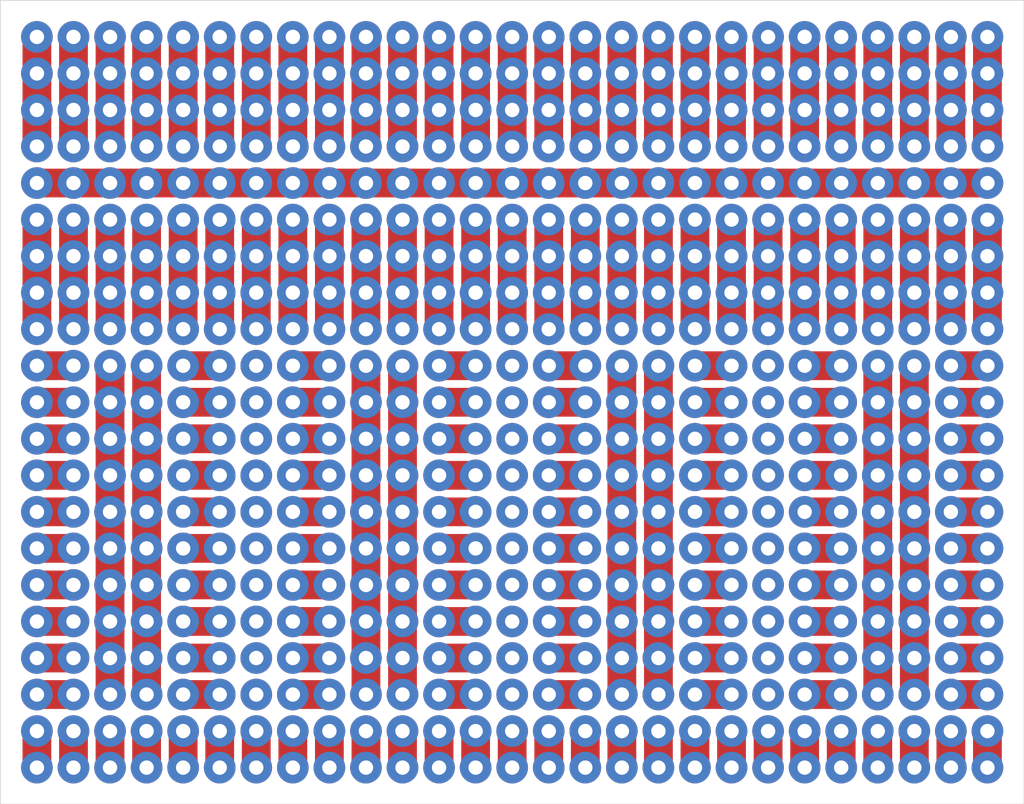
<source format=kicad_pcb>
(kicad_pcb (version 20171130) (host pcbnew "(5.1.8)-1")

  (general
    (thickness 1.6)
    (drawings 5)
    (tracks 737)
    (zones 0)
    (modules 0)
    (nets 1)
  )

  (page A4 portrait)
  (layers
    (0 F.Cu signal)
    (31 B.Cu signal)
    (32 B.Adhes user)
    (33 F.Adhes user)
    (34 B.Paste user)
    (35 F.Paste user)
    (36 B.SilkS user)
    (37 F.SilkS user)
    (38 B.Mask user)
    (39 F.Mask user)
    (40 Dwgs.User user)
    (41 Cmts.User user)
    (42 Eco1.User user)
    (43 Eco2.User user)
    (44 Edge.Cuts user)
    (45 Margin user)
    (46 B.CrtYd user)
    (47 F.CrtYd user)
    (48 B.Fab user)
    (49 F.Fab user)
  )

  (setup
    (last_trace_width 2)
    (user_trace_width 2)
    (trace_clearance 0.2)
    (zone_clearance 0.508)
    (zone_45_only no)
    (trace_min 0.2)
    (via_size 0.8)
    (via_drill 0.4)
    (via_min_size 0.4)
    (via_min_drill 0.3)
    (user_via 2.2 1)
    (uvia_size 0.3)
    (uvia_drill 0.1)
    (uvias_allowed no)
    (uvia_min_size 0.2)
    (uvia_min_drill 0.1)
    (edge_width 0.05)
    (segment_width 0.2)
    (pcb_text_width 0.3)
    (pcb_text_size 1.5 1.5)
    (mod_edge_width 0.12)
    (mod_text_size 1 1)
    (mod_text_width 0.15)
    (pad_size 1.524 1.524)
    (pad_drill 0.762)
    (pad_to_mask_clearance 0)
    (aux_axis_origin 0 0)
    (visible_elements 7FFFFFFF)
    (pcbplotparams
      (layerselection 0x010fc_ffffffff)
      (usegerberextensions false)
      (usegerberattributes true)
      (usegerberadvancedattributes true)
      (creategerberjobfile true)
      (excludeedgelayer true)
      (linewidth 0.100000)
      (plotframeref false)
      (viasonmask false)
      (mode 1)
      (useauxorigin false)
      (hpglpennumber 1)
      (hpglpenspeed 20)
      (hpglpendiameter 15.000000)
      (psnegative false)
      (psa4output false)
      (plotreference true)
      (plotvalue true)
      (plotinvisibletext false)
      (padsonsilk false)
      (subtractmaskfromsilk false)
      (outputformat 1)
      (mirror false)
      (drillshape 1)
      (scaleselection 1)
      (outputdirectory ""))
  )

  (net 0 "")

  (net_class Default "This is the default net class."
    (clearance 0.2)
    (trace_width 0.25)
    (via_dia 0.8)
    (via_drill 0.4)
    (uvia_dia 0.3)
    (uvia_drill 0.1)
  )

  (gr_poly (pts (xy 130.81 97.79) (xy 62.23 97.79) (xy 62.23 44.45) (xy 130.81 44.45)) (layer F.Mask) (width 0.1))
  (gr_line (start 60.96 99.06) (end 60.96 43.18) (layer Edge.Cuts) (width 0.05) (tstamp 61F85077))
  (gr_line (start 132.08 99.06) (end 60.96 99.06) (layer Edge.Cuts) (width 0.05))
  (gr_line (start 132.08 43.18) (end 132.08 99.06) (layer Edge.Cuts) (width 0.05))
  (gr_line (start 60.96 43.18) (end 132.08 43.18) (layer Edge.Cuts) (width 0.05))

  (via (at 63.5 91.44) (size 2.2) (drill 1) (layers F.Cu B.Cu) (net 0))
  (via (at 63.5 88.9) (size 2.2) (drill 1) (layers F.Cu B.Cu) (net 0))
  (via (at 63.5 86.36) (size 2.2) (drill 1) (layers F.Cu B.Cu) (net 0))
  (via (at 63.5 83.82) (size 2.2) (drill 1) (layers F.Cu B.Cu) (net 0))
  (via (at 63.5 81.28) (size 2.2) (drill 1) (layers F.Cu B.Cu) (net 0))
  (via (at 63.5 78.74) (size 2.2) (drill 1) (layers F.Cu B.Cu) (net 0))
  (via (at 63.5 76.2) (size 2.2) (drill 1) (layers F.Cu B.Cu) (net 0))
  (via (at 63.5 73.66) (size 2.2) (drill 1) (layers F.Cu B.Cu) (net 0))
  (via (at 63.5 71.12) (size 2.2) (drill 1) (layers F.Cu B.Cu) (net 0))
  (via (at 63.5 68.58) (size 2.2) (drill 1) (layers F.Cu B.Cu) (net 0))
  (via (at 66.04 66.04) (size 2.2) (drill 1) (layers F.Cu B.Cu) (net 0))
  (via (at 66.04 63.5) (size 2.2) (drill 1) (layers F.Cu B.Cu) (net 0))
  (via (at 66.04 60.96) (size 2.2) (drill 1) (layers F.Cu B.Cu) (net 0))
  (via (at 66.04 58.42) (size 2.2) (drill 1) (layers F.Cu B.Cu) (net 0))
  (via (at 66.04 55.88) (size 2.2) (drill 1) (layers F.Cu B.Cu) (net 0))
  (via (at 66.04 53.34) (size 2.2) (drill 1) (layers F.Cu B.Cu) (net 0))
  (via (at 66.04 50.8) (size 2.2) (drill 1) (layers F.Cu B.Cu) (net 0))
  (via (at 66.04 48.26) (size 2.2) (drill 1) (layers F.Cu B.Cu) (net 0))
  (via (at 66.04 45.72) (size 2.2) (drill 1) (layers F.Cu B.Cu) (net 0))
  (via (at 68.58 60.96) (size 2.2) (drill 1) (layers F.Cu B.Cu) (net 0) (tstamp 61F851F6))
  (via (at 68.58 50.8) (size 2.2) (drill 1) (layers F.Cu B.Cu) (net 0) (tstamp 61F851F7))
  (via (at 66.04 86.36) (size 2.2) (drill 1) (layers F.Cu B.Cu) (net 0) (tstamp 61F851F8))
  (via (at 68.58 58.42) (size 2.2) (drill 1) (layers F.Cu B.Cu) (net 0) (tstamp 61F851F9))
  (via (at 68.58 66.04) (size 2.2) (drill 1) (layers F.Cu B.Cu) (net 0) (tstamp 61F851FA))
  (via (at 68.58 63.5) (size 2.2) (drill 1) (layers F.Cu B.Cu) (net 0) (tstamp 61F851FB))
  (via (at 66.04 73.66) (size 2.2) (drill 1) (layers F.Cu B.Cu) (net 0) (tstamp 61F851FC))
  (via (at 68.58 53.34) (size 2.2) (drill 1) (layers F.Cu B.Cu) (net 0) (tstamp 61F851FD))
  (via (at 66.04 88.9) (size 2.2) (drill 1) (layers F.Cu B.Cu) (net 0) (tstamp 61F851FE))
  (via (at 66.04 71.12) (size 2.2) (drill 1) (layers F.Cu B.Cu) (net 0) (tstamp 61F851FF))
  (via (at 68.58 48.26) (size 2.2) (drill 1) (layers F.Cu B.Cu) (net 0) (tstamp 61F85200))
  (via (at 66.04 68.58) (size 2.2) (drill 1) (layers F.Cu B.Cu) (net 0) (tstamp 61F85201))
  (via (at 66.04 83.82) (size 2.2) (drill 1) (layers F.Cu B.Cu) (net 0) (tstamp 61F85202))
  (via (at 66.04 91.44) (size 2.2) (drill 1) (layers F.Cu B.Cu) (net 0) (tstamp 61F85203))
  (via (at 66.04 78.74) (size 2.2) (drill 1) (layers F.Cu B.Cu) (net 0) (tstamp 61F85204))
  (via (at 66.04 81.28) (size 2.2) (drill 1) (layers F.Cu B.Cu) (net 0) (tstamp 61F85205))
  (via (at 66.04 76.2) (size 2.2) (drill 1) (layers F.Cu B.Cu) (net 0) (tstamp 61F85206))
  (via (at 68.58 45.72) (size 2.2) (drill 1) (layers F.Cu B.Cu) (net 0) (tstamp 61F85207))
  (via (at 68.58 55.88) (size 2.2) (drill 1) (layers F.Cu B.Cu) (net 0) (tstamp 61F85208))
  (via (at 71.12 60.96) (size 2.2) (drill 1) (layers F.Cu B.Cu) (net 0) (tstamp 61F851F6))
  (via (at 71.12 50.8) (size 2.2) (drill 1) (layers F.Cu B.Cu) (net 0) (tstamp 61F851F7))
  (via (at 68.58 86.36) (size 2.2) (drill 1) (layers F.Cu B.Cu) (net 0) (tstamp 61F851F8))
  (via (at 71.12 58.42) (size 2.2) (drill 1) (layers F.Cu B.Cu) (net 0) (tstamp 61F851F9))
  (via (at 71.12 66.04) (size 2.2) (drill 1) (layers F.Cu B.Cu) (net 0) (tstamp 61F851FA))
  (via (at 71.12 63.5) (size 2.2) (drill 1) (layers F.Cu B.Cu) (net 0) (tstamp 61F851FB))
  (via (at 68.58 73.66) (size 2.2) (drill 1) (layers F.Cu B.Cu) (net 0) (tstamp 61F851FC))
  (via (at 71.12 53.34) (size 2.2) (drill 1) (layers F.Cu B.Cu) (net 0) (tstamp 61F851FD))
  (via (at 68.58 88.9) (size 2.2) (drill 1) (layers F.Cu B.Cu) (net 0) (tstamp 61F851FE))
  (via (at 68.58 71.12) (size 2.2) (drill 1) (layers F.Cu B.Cu) (net 0) (tstamp 61F851FF))
  (via (at 71.12 48.26) (size 2.2) (drill 1) (layers F.Cu B.Cu) (net 0) (tstamp 61F85200))
  (via (at 68.58 68.58) (size 2.2) (drill 1) (layers F.Cu B.Cu) (net 0) (tstamp 61F85201))
  (via (at 68.58 83.82) (size 2.2) (drill 1) (layers F.Cu B.Cu) (net 0) (tstamp 61F85202))
  (via (at 68.58 91.44) (size 2.2) (drill 1) (layers F.Cu B.Cu) (net 0) (tstamp 61F85203))
  (via (at 68.58 78.74) (size 2.2) (drill 1) (layers F.Cu B.Cu) (net 0) (tstamp 61F85204))
  (via (at 68.58 81.28) (size 2.2) (drill 1) (layers F.Cu B.Cu) (net 0) (tstamp 61F85205))
  (via (at 68.58 76.2) (size 2.2) (drill 1) (layers F.Cu B.Cu) (net 0) (tstamp 61F85206))
  (via (at 71.12 45.72) (size 2.2) (drill 1) (layers F.Cu B.Cu) (net 0) (tstamp 61F85207))
  (via (at 71.12 55.88) (size 2.2) (drill 1) (layers F.Cu B.Cu) (net 0) (tstamp 61F85208))
  (via (at 73.66 60.96) (size 2.2) (drill 1) (layers F.Cu B.Cu) (net 0) (tstamp 61F851F6))
  (via (at 73.66 50.8) (size 2.2) (drill 1) (layers F.Cu B.Cu) (net 0) (tstamp 61F851F7))
  (via (at 71.12 86.36) (size 2.2) (drill 1) (layers F.Cu B.Cu) (net 0) (tstamp 61F851F8))
  (via (at 73.66 58.42) (size 2.2) (drill 1) (layers F.Cu B.Cu) (net 0) (tstamp 61F851F9))
  (via (at 73.66 66.04) (size 2.2) (drill 1) (layers F.Cu B.Cu) (net 0) (tstamp 61F851FA))
  (via (at 73.66 63.5) (size 2.2) (drill 1) (layers F.Cu B.Cu) (net 0) (tstamp 61F851FB))
  (via (at 71.12 73.66) (size 2.2) (drill 1) (layers F.Cu B.Cu) (net 0) (tstamp 61F851FC))
  (via (at 73.66 53.34) (size 2.2) (drill 1) (layers F.Cu B.Cu) (net 0) (tstamp 61F851FD))
  (via (at 71.12 88.9) (size 2.2) (drill 1) (layers F.Cu B.Cu) (net 0) (tstamp 61F851FE))
  (via (at 71.12 71.12) (size 2.2) (drill 1) (layers F.Cu B.Cu) (net 0) (tstamp 61F851FF))
  (via (at 73.66 48.26) (size 2.2) (drill 1) (layers F.Cu B.Cu) (net 0) (tstamp 61F85200))
  (via (at 71.12 68.58) (size 2.2) (drill 1) (layers F.Cu B.Cu) (net 0) (tstamp 61F85201))
  (via (at 71.12 83.82) (size 2.2) (drill 1) (layers F.Cu B.Cu) (net 0) (tstamp 61F85202))
  (via (at 71.12 91.44) (size 2.2) (drill 1) (layers F.Cu B.Cu) (net 0) (tstamp 61F85203))
  (via (at 71.12 78.74) (size 2.2) (drill 1) (layers F.Cu B.Cu) (net 0) (tstamp 61F85204))
  (via (at 71.12 81.28) (size 2.2) (drill 1) (layers F.Cu B.Cu) (net 0) (tstamp 61F85205))
  (via (at 71.12 76.2) (size 2.2) (drill 1) (layers F.Cu B.Cu) (net 0) (tstamp 61F85206))
  (via (at 73.66 45.72) (size 2.2) (drill 1) (layers F.Cu B.Cu) (net 0) (tstamp 61F85207))
  (via (at 73.66 55.88) (size 2.2) (drill 1) (layers F.Cu B.Cu) (net 0) (tstamp 61F85208))
  (via (at 76.2 60.96) (size 2.2) (drill 1) (layers F.Cu B.Cu) (net 0) (tstamp 61F851F6))
  (via (at 76.2 50.8) (size 2.2) (drill 1) (layers F.Cu B.Cu) (net 0) (tstamp 61F851F7))
  (via (at 76.2 58.42) (size 2.2) (drill 1) (layers F.Cu B.Cu) (net 0) (tstamp 61F851F9))
  (via (at 76.2 66.04) (size 2.2) (drill 1) (layers F.Cu B.Cu) (net 0) (tstamp 61F851FA))
  (via (at 76.2 63.5) (size 2.2) (drill 1) (layers F.Cu B.Cu) (net 0) (tstamp 61F851FB))
  (via (at 76.2 53.34) (size 2.2) (drill 1) (layers F.Cu B.Cu) (net 0) (tstamp 61F851FD))
  (via (at 76.2 48.26) (size 2.2) (drill 1) (layers F.Cu B.Cu) (net 0) (tstamp 61F85200))
  (via (at 76.2 45.72) (size 2.2) (drill 1) (layers F.Cu B.Cu) (net 0) (tstamp 61F85207))
  (via (at 76.2 55.88) (size 2.2) (drill 1) (layers F.Cu B.Cu) (net 0) (tstamp 61F85208))
  (via (at 78.74 60.96) (size 2.2) (drill 1) (layers F.Cu B.Cu) (net 0) (tstamp 61F851F6))
  (via (at 78.74 50.8) (size 2.2) (drill 1) (layers F.Cu B.Cu) (net 0) (tstamp 61F851F7))
  (via (at 78.74 58.42) (size 2.2) (drill 1) (layers F.Cu B.Cu) (net 0) (tstamp 61F851F9))
  (via (at 78.74 66.04) (size 2.2) (drill 1) (layers F.Cu B.Cu) (net 0) (tstamp 61F851FA))
  (via (at 78.74 63.5) (size 2.2) (drill 1) (layers F.Cu B.Cu) (net 0) (tstamp 61F851FB))
  (via (at 78.74 53.34) (size 2.2) (drill 1) (layers F.Cu B.Cu) (net 0) (tstamp 61F851FD))
  (via (at 78.74 48.26) (size 2.2) (drill 1) (layers F.Cu B.Cu) (net 0) (tstamp 61F85200))
  (via (at 78.74 45.72) (size 2.2) (drill 1) (layers F.Cu B.Cu) (net 0) (tstamp 61F85207))
  (via (at 78.74 55.88) (size 2.2) (drill 1) (layers F.Cu B.Cu) (net 0) (tstamp 61F85208))
  (via (at 81.28 60.96) (size 2.2) (drill 1) (layers F.Cu B.Cu) (net 0) (tstamp 61F851F6))
  (via (at 81.28 50.8) (size 2.2) (drill 1) (layers F.Cu B.Cu) (net 0) (tstamp 61F851F7))
  (via (at 81.28 58.42) (size 2.2) (drill 1) (layers F.Cu B.Cu) (net 0) (tstamp 61F851F9))
  (via (at 81.28 66.04) (size 2.2) (drill 1) (layers F.Cu B.Cu) (net 0) (tstamp 61F851FA))
  (via (at 81.28 63.5) (size 2.2) (drill 1) (layers F.Cu B.Cu) (net 0) (tstamp 61F851FB))
  (via (at 81.28 53.34) (size 2.2) (drill 1) (layers F.Cu B.Cu) (net 0) (tstamp 61F851FD))
  (via (at 81.28 48.26) (size 2.2) (drill 1) (layers F.Cu B.Cu) (net 0) (tstamp 61F85200))
  (via (at 81.28 45.72) (size 2.2) (drill 1) (layers F.Cu B.Cu) (net 0) (tstamp 61F85207))
  (via (at 81.28 55.88) (size 2.2) (drill 1) (layers F.Cu B.Cu) (net 0) (tstamp 61F85208))
  (via (at 83.82 60.96) (size 2.2) (drill 1) (layers F.Cu B.Cu) (net 0) (tstamp 61F851F6))
  (via (at 83.82 50.8) (size 2.2) (drill 1) (layers F.Cu B.Cu) (net 0) (tstamp 61F851F7))
  (via (at 83.82 58.42) (size 2.2) (drill 1) (layers F.Cu B.Cu) (net 0) (tstamp 61F851F9))
  (via (at 83.82 66.04) (size 2.2) (drill 1) (layers F.Cu B.Cu) (net 0) (tstamp 61F851FA))
  (via (at 83.82 63.5) (size 2.2) (drill 1) (layers F.Cu B.Cu) (net 0) (tstamp 61F851FB))
  (via (at 83.82 53.34) (size 2.2) (drill 1) (layers F.Cu B.Cu) (net 0) (tstamp 61F851FD))
  (via (at 83.82 48.26) (size 2.2) (drill 1) (layers F.Cu B.Cu) (net 0) (tstamp 61F85200))
  (via (at 83.82 45.72) (size 2.2) (drill 1) (layers F.Cu B.Cu) (net 0) (tstamp 61F85207))
  (via (at 83.82 55.88) (size 2.2) (drill 1) (layers F.Cu B.Cu) (net 0) (tstamp 61F85208))
  (via (at 86.36 60.96) (size 2.2) (drill 1) (layers F.Cu B.Cu) (net 0) (tstamp 61F851F6))
  (via (at 86.36 50.8) (size 2.2) (drill 1) (layers F.Cu B.Cu) (net 0) (tstamp 61F851F7))
  (via (at 86.36 58.42) (size 2.2) (drill 1) (layers F.Cu B.Cu) (net 0) (tstamp 61F851F9))
  (via (at 86.36 66.04) (size 2.2) (drill 1) (layers F.Cu B.Cu) (net 0) (tstamp 61F851FA))
  (via (at 86.36 63.5) (size 2.2) (drill 1) (layers F.Cu B.Cu) (net 0) (tstamp 61F851FB))
  (via (at 86.36 53.34) (size 2.2) (drill 1) (layers F.Cu B.Cu) (net 0) (tstamp 61F851FD))
  (via (at 86.36 48.26) (size 2.2) (drill 1) (layers F.Cu B.Cu) (net 0) (tstamp 61F85200))
  (via (at 86.36 45.72) (size 2.2) (drill 1) (layers F.Cu B.Cu) (net 0) (tstamp 61F85207))
  (via (at 86.36 55.88) (size 2.2) (drill 1) (layers F.Cu B.Cu) (net 0) (tstamp 61F85208))
  (via (at 91.44 58.42) (size 2.2) (drill 1) (layers F.Cu B.Cu) (net 0) (tstamp 61F852A4))
  (via (at 91.44 53.34) (size 2.2) (drill 1) (layers F.Cu B.Cu) (net 0) (tstamp 61F852A5))
  (via (at 91.44 50.8) (size 2.2) (drill 1) (layers F.Cu B.Cu) (net 0) (tstamp 61F852A7))
  (via (at 91.44 60.96) (size 2.2) (drill 1) (layers F.Cu B.Cu) (net 0) (tstamp 61F852A8))
  (via (at 88.9 60.96) (size 2.2) (drill 1) (layers F.Cu B.Cu) (net 0) (tstamp 61F852A9))
  (via (at 91.44 63.5) (size 2.2) (drill 1) (layers F.Cu B.Cu) (net 0) (tstamp 61F852AA))
  (via (at 91.44 48.26) (size 2.2) (drill 1) (layers F.Cu B.Cu) (net 0) (tstamp 61F852AD))
  (via (at 91.44 66.04) (size 2.2) (drill 1) (layers F.Cu B.Cu) (net 0) (tstamp 61F852B1))
  (via (at 88.9 50.8) (size 2.2) (drill 1) (layers F.Cu B.Cu) (net 0) (tstamp 61F852B2))
  (via (at 88.9 58.42) (size 2.2) (drill 1) (layers F.Cu B.Cu) (net 0) (tstamp 61F852B4))
  (via (at 88.9 66.04) (size 2.2) (drill 1) (layers F.Cu B.Cu) (net 0) (tstamp 61F852B5))
  (via (at 88.9 63.5) (size 2.2) (drill 1) (layers F.Cu B.Cu) (net 0) (tstamp 61F852B6))
  (via (at 88.9 53.34) (size 2.2) (drill 1) (layers F.Cu B.Cu) (net 0) (tstamp 61F852BA))
  (via (at 93.98 45.72) (size 2.2) (drill 1) (layers F.Cu B.Cu) (net 0) (tstamp 61F852BF))
  (via (at 93.98 53.34) (size 2.2) (drill 1) (layers F.Cu B.Cu) (net 0) (tstamp 61F852C0))
  (via (at 88.9 48.26) (size 2.2) (drill 1) (layers F.Cu B.Cu) (net 0) (tstamp 61F852C2))
  (via (at 93.98 63.5) (size 2.2) (drill 1) (layers F.Cu B.Cu) (net 0) (tstamp 61F852C4))
  (via (at 93.98 55.88) (size 2.2) (drill 1) (layers F.Cu B.Cu) (net 0) (tstamp 61F852C8))
  (via (at 91.44 55.88) (size 2.2) (drill 1) (layers F.Cu B.Cu) (net 0) (tstamp 61F852C9))
  (via (at 93.98 58.42) (size 2.2) (drill 1) (layers F.Cu B.Cu) (net 0) (tstamp 61F852CB))
  (via (at 93.98 50.8) (size 2.2) (drill 1) (layers F.Cu B.Cu) (net 0) (tstamp 61F852CC))
  (via (at 93.98 60.96) (size 2.2) (drill 1) (layers F.Cu B.Cu) (net 0) (tstamp 61F852CD))
  (via (at 93.98 66.04) (size 2.2) (drill 1) (layers F.Cu B.Cu) (net 0) (tstamp 61F852D1))
  (via (at 91.44 45.72) (size 2.2) (drill 1) (layers F.Cu B.Cu) (net 0) (tstamp 61F852D3))
  (via (at 93.98 48.26) (size 2.2) (drill 1) (layers F.Cu B.Cu) (net 0) (tstamp 61F852D4))
  (via (at 106.68 45.72) (size 2.2) (drill 1) (layers F.Cu B.Cu) (net 0) (tstamp 61F852DE))
  (via (at 106.68 55.88) (size 2.2) (drill 1) (layers F.Cu B.Cu) (net 0) (tstamp 61F852DF))
  (via (at 109.22 50.8) (size 2.2) (drill 1) (layers F.Cu B.Cu) (net 0) (tstamp 61F852E0))
  (via (at 109.22 60.96) (size 2.2) (drill 1) (layers F.Cu B.Cu) (net 0) (tstamp 61F852E1))
  (via (at 109.22 58.42) (size 2.2) (drill 1) (layers F.Cu B.Cu) (net 0) (tstamp 61F852E3))
  (via (at 109.22 66.04) (size 2.2) (drill 1) (layers F.Cu B.Cu) (net 0) (tstamp 61F852E4))
  (via (at 109.22 63.5) (size 2.2) (drill 1) (layers F.Cu B.Cu) (net 0) (tstamp 61F852E5))
  (via (at 109.22 53.34) (size 2.2) (drill 1) (layers F.Cu B.Cu) (net 0) (tstamp 61F852E7))
  (via (at 109.22 48.26) (size 2.2) (drill 1) (layers F.Cu B.Cu) (net 0) (tstamp 61F852EA))
  (via (at 109.22 45.72) (size 2.2) (drill 1) (layers F.Cu B.Cu) (net 0) (tstamp 61F852F1))
  (via (at 109.22 55.88) (size 2.2) (drill 1) (layers F.Cu B.Cu) (net 0) (tstamp 61F852F2))
  (via (at 96.52 45.72) (size 2.2) (drill 1) (layers F.Cu B.Cu) (net 0) (tstamp 61F852F6))
  (via (at 96.52 55.88) (size 2.2) (drill 1) (layers F.Cu B.Cu) (net 0) (tstamp 61F852F7))
  (via (at 99.06 50.8) (size 2.2) (drill 1) (layers F.Cu B.Cu) (net 0) (tstamp 61F852F8))
  (via (at 99.06 60.96) (size 2.2) (drill 1) (layers F.Cu B.Cu) (net 0) (tstamp 61F852F9))
  (via (at 99.06 58.42) (size 2.2) (drill 1) (layers F.Cu B.Cu) (net 0) (tstamp 61F852FB))
  (via (at 99.06 66.04) (size 2.2) (drill 1) (layers F.Cu B.Cu) (net 0) (tstamp 61F852FC))
  (via (at 99.06 63.5) (size 2.2) (drill 1) (layers F.Cu B.Cu) (net 0) (tstamp 61F852FD))
  (via (at 99.06 53.34) (size 2.2) (drill 1) (layers F.Cu B.Cu) (net 0) (tstamp 61F852FF))
  (via (at 99.06 48.26) (size 2.2) (drill 1) (layers F.Cu B.Cu) (net 0) (tstamp 61F85302))
  (via (at 101.6 60.96) (size 2.2) (drill 1) (layers F.Cu B.Cu) (net 0) (tstamp 61F85308))
  (via (at 99.06 45.72) (size 2.2) (drill 1) (layers F.Cu B.Cu) (net 0) (tstamp 61F85309))
  (via (at 99.06 55.88) (size 2.2) (drill 1) (layers F.Cu B.Cu) (net 0) (tstamp 61F8530B))
  (via (at 101.6 50.8) (size 2.2) (drill 1) (layers F.Cu B.Cu) (net 0) (tstamp 61F8530C))
  (via (at 101.6 58.42) (size 2.2) (drill 1) (layers F.Cu B.Cu) (net 0) (tstamp 61F8530E))
  (via (at 101.6 66.04) (size 2.2) (drill 1) (layers F.Cu B.Cu) (net 0) (tstamp 61F8530F))
  (via (at 101.6 63.5) (size 2.2) (drill 1) (layers F.Cu B.Cu) (net 0) (tstamp 61F85310))
  (via (at 101.6 53.34) (size 2.2) (drill 1) (layers F.Cu B.Cu) (net 0) (tstamp 61F85312))
  (via (at 101.6 48.26) (size 2.2) (drill 1) (layers F.Cu B.Cu) (net 0) (tstamp 61F85315))
  (via (at 101.6 45.72) (size 2.2) (drill 1) (layers F.Cu B.Cu) (net 0) (tstamp 61F8531C))
  (via (at 101.6 55.88) (size 2.2) (drill 1) (layers F.Cu B.Cu) (net 0) (tstamp 61F8531D))
  (via (at 104.14 50.8) (size 2.2) (drill 1) (layers F.Cu B.Cu) (net 0) (tstamp 61F8531E))
  (via (at 104.14 60.96) (size 2.2) (drill 1) (layers F.Cu B.Cu) (net 0) (tstamp 61F8531F))
  (via (at 104.14 58.42) (size 2.2) (drill 1) (layers F.Cu B.Cu) (net 0) (tstamp 61F85321))
  (via (at 104.14 66.04) (size 2.2) (drill 1) (layers F.Cu B.Cu) (net 0) (tstamp 61F85322))
  (via (at 104.14 63.5) (size 2.2) (drill 1) (layers F.Cu B.Cu) (net 0) (tstamp 61F85323))
  (via (at 104.14 53.34) (size 2.2) (drill 1) (layers F.Cu B.Cu) (net 0) (tstamp 61F85325))
  (via (at 104.14 48.26) (size 2.2) (drill 1) (layers F.Cu B.Cu) (net 0) (tstamp 61F85328))
  (via (at 104.14 45.72) (size 2.2) (drill 1) (layers F.Cu B.Cu) (net 0) (tstamp 61F8532F))
  (via (at 104.14 55.88) (size 2.2) (drill 1) (layers F.Cu B.Cu) (net 0) (tstamp 61F85330))
  (via (at 106.68 50.8) (size 2.2) (drill 1) (layers F.Cu B.Cu) (net 0) (tstamp 61F85331))
  (via (at 106.68 60.96) (size 2.2) (drill 1) (layers F.Cu B.Cu) (net 0) (tstamp 61F85332))
  (via (at 106.68 58.42) (size 2.2) (drill 1) (layers F.Cu B.Cu) (net 0) (tstamp 61F85334))
  (via (at 106.68 66.04) (size 2.2) (drill 1) (layers F.Cu B.Cu) (net 0) (tstamp 61F85335))
  (via (at 106.68 63.5) (size 2.2) (drill 1) (layers F.Cu B.Cu) (net 0) (tstamp 61F85336))
  (via (at 106.68 53.34) (size 2.2) (drill 1) (layers F.Cu B.Cu) (net 0) (tstamp 61F85338))
  (via (at 106.68 48.26) (size 2.2) (drill 1) (layers F.Cu B.Cu) (net 0) (tstamp 61F8533B))
  (via (at 96.52 60.96) (size 2.2) (drill 1) (layers F.Cu B.Cu) (net 0) (tstamp 61F85341))
  (via (at 96.52 48.26) (size 2.2) (drill 1) (layers F.Cu B.Cu) (net 0) (tstamp 61F85342))
  (via (at 96.52 66.04) (size 2.2) (drill 1) (layers F.Cu B.Cu) (net 0) (tstamp 61F85343))
  (via (at 96.52 50.8) (size 2.2) (drill 1) (layers F.Cu B.Cu) (net 0) (tstamp 61F85345))
  (via (at 96.52 63.5) (size 2.2) (drill 1) (layers F.Cu B.Cu) (net 0) (tstamp 61F85346))
  (via (at 96.52 53.34) (size 2.2) (drill 1) (layers F.Cu B.Cu) (net 0) (tstamp 61F85347))
  (via (at 88.9 45.72) (size 2.2) (drill 1) (layers F.Cu B.Cu) (net 0) (tstamp 61F85348))
  (via (at 96.52 58.42) (size 2.2) (drill 1) (layers F.Cu B.Cu) (net 0) (tstamp 61F8534A))
  (via (at 88.9 55.88) (size 2.2) (drill 1) (layers F.Cu B.Cu) (net 0) (tstamp 61F8534B))
  (via (at 114.3 58.42) (size 2.2) (drill 1) (layers F.Cu B.Cu) (net 0) (tstamp 61F852A4))
  (via (at 114.3 53.34) (size 2.2) (drill 1) (layers F.Cu B.Cu) (net 0) (tstamp 61F852A5))
  (via (at 114.3 50.8) (size 2.2) (drill 1) (layers F.Cu B.Cu) (net 0) (tstamp 61F852A7))
  (via (at 114.3 60.96) (size 2.2) (drill 1) (layers F.Cu B.Cu) (net 0) (tstamp 61F852A8))
  (via (at 111.76 60.96) (size 2.2) (drill 1) (layers F.Cu B.Cu) (net 0) (tstamp 61F852A9))
  (via (at 114.3 63.5) (size 2.2) (drill 1) (layers F.Cu B.Cu) (net 0) (tstamp 61F852AA))
  (via (at 114.3 48.26) (size 2.2) (drill 1) (layers F.Cu B.Cu) (net 0) (tstamp 61F852AD))
  (via (at 114.3 66.04) (size 2.2) (drill 1) (layers F.Cu B.Cu) (net 0) (tstamp 61F852B1))
  (via (at 111.76 50.8) (size 2.2) (drill 1) (layers F.Cu B.Cu) (net 0) (tstamp 61F852B2))
  (via (at 111.76 58.42) (size 2.2) (drill 1) (layers F.Cu B.Cu) (net 0) (tstamp 61F852B4))
  (via (at 111.76 66.04) (size 2.2) (drill 1) (layers F.Cu B.Cu) (net 0) (tstamp 61F852B5))
  (via (at 111.76 63.5) (size 2.2) (drill 1) (layers F.Cu B.Cu) (net 0) (tstamp 61F852B6))
  (via (at 111.76 53.34) (size 2.2) (drill 1) (layers F.Cu B.Cu) (net 0) (tstamp 61F852BA))
  (via (at 116.84 45.72) (size 2.2) (drill 1) (layers F.Cu B.Cu) (net 0) (tstamp 61F852BF))
  (via (at 116.84 53.34) (size 2.2) (drill 1) (layers F.Cu B.Cu) (net 0) (tstamp 61F852C0))
  (via (at 111.76 48.26) (size 2.2) (drill 1) (layers F.Cu B.Cu) (net 0) (tstamp 61F852C2))
  (via (at 116.84 63.5) (size 2.2) (drill 1) (layers F.Cu B.Cu) (net 0) (tstamp 61F852C4))
  (via (at 116.84 55.88) (size 2.2) (drill 1) (layers F.Cu B.Cu) (net 0) (tstamp 61F852C8))
  (via (at 114.3 55.88) (size 2.2) (drill 1) (layers F.Cu B.Cu) (net 0) (tstamp 61F852C9))
  (via (at 116.84 58.42) (size 2.2) (drill 1) (layers F.Cu B.Cu) (net 0) (tstamp 61F852CB))
  (via (at 116.84 50.8) (size 2.2) (drill 1) (layers F.Cu B.Cu) (net 0) (tstamp 61F852CC))
  (via (at 116.84 60.96) (size 2.2) (drill 1) (layers F.Cu B.Cu) (net 0) (tstamp 61F852CD))
  (via (at 116.84 66.04) (size 2.2) (drill 1) (layers F.Cu B.Cu) (net 0) (tstamp 61F852D1))
  (via (at 114.3 45.72) (size 2.2) (drill 1) (layers F.Cu B.Cu) (net 0) (tstamp 61F852D3))
  (via (at 116.84 48.26) (size 2.2) (drill 1) (layers F.Cu B.Cu) (net 0) (tstamp 61F852D4))
  (via (at 129.54 45.72) (size 2.2) (drill 1) (layers F.Cu B.Cu) (net 0) (tstamp 61F852DE))
  (via (at 129.54 55.88) (size 2.2) (drill 1) (layers F.Cu B.Cu) (net 0) (tstamp 61F852DF))
  (via (at 119.38 45.72) (size 2.2) (drill 1) (layers F.Cu B.Cu) (net 0) (tstamp 61F852F6))
  (via (at 119.38 55.88) (size 2.2) (drill 1) (layers F.Cu B.Cu) (net 0) (tstamp 61F852F7))
  (via (at 121.92 50.8) (size 2.2) (drill 1) (layers F.Cu B.Cu) (net 0) (tstamp 61F852F8))
  (via (at 121.92 60.96) (size 2.2) (drill 1) (layers F.Cu B.Cu) (net 0) (tstamp 61F852F9))
  (via (at 121.92 58.42) (size 2.2) (drill 1) (layers F.Cu B.Cu) (net 0) (tstamp 61F852FB))
  (via (at 121.92 66.04) (size 2.2) (drill 1) (layers F.Cu B.Cu) (net 0) (tstamp 61F852FC))
  (via (at 121.92 63.5) (size 2.2) (drill 1) (layers F.Cu B.Cu) (net 0) (tstamp 61F852FD))
  (via (at 121.92 53.34) (size 2.2) (drill 1) (layers F.Cu B.Cu) (net 0) (tstamp 61F852FF))
  (via (at 121.92 48.26) (size 2.2) (drill 1) (layers F.Cu B.Cu) (net 0) (tstamp 61F85302))
  (via (at 124.46 60.96) (size 2.2) (drill 1) (layers F.Cu B.Cu) (net 0) (tstamp 61F85308))
  (via (at 121.92 45.72) (size 2.2) (drill 1) (layers F.Cu B.Cu) (net 0) (tstamp 61F85309))
  (via (at 121.92 55.88) (size 2.2) (drill 1) (layers F.Cu B.Cu) (net 0) (tstamp 61F8530B))
  (via (at 124.46 50.8) (size 2.2) (drill 1) (layers F.Cu B.Cu) (net 0) (tstamp 61F8530C))
  (via (at 124.46 58.42) (size 2.2) (drill 1) (layers F.Cu B.Cu) (net 0) (tstamp 61F8530E))
  (via (at 124.46 66.04) (size 2.2) (drill 1) (layers F.Cu B.Cu) (net 0) (tstamp 61F8530F))
  (via (at 124.46 63.5) (size 2.2) (drill 1) (layers F.Cu B.Cu) (net 0) (tstamp 61F85310))
  (via (at 124.46 53.34) (size 2.2) (drill 1) (layers F.Cu B.Cu) (net 0) (tstamp 61F85312))
  (via (at 124.46 48.26) (size 2.2) (drill 1) (layers F.Cu B.Cu) (net 0) (tstamp 61F85315))
  (via (at 124.46 45.72) (size 2.2) (drill 1) (layers F.Cu B.Cu) (net 0) (tstamp 61F8531C))
  (via (at 124.46 55.88) (size 2.2) (drill 1) (layers F.Cu B.Cu) (net 0) (tstamp 61F8531D))
  (via (at 127 50.8) (size 2.2) (drill 1) (layers F.Cu B.Cu) (net 0) (tstamp 61F8531E))
  (via (at 127 60.96) (size 2.2) (drill 1) (layers F.Cu B.Cu) (net 0) (tstamp 61F8531F))
  (via (at 127 58.42) (size 2.2) (drill 1) (layers F.Cu B.Cu) (net 0) (tstamp 61F85321))
  (via (at 127 66.04) (size 2.2) (drill 1) (layers F.Cu B.Cu) (net 0) (tstamp 61F85322))
  (via (at 127 63.5) (size 2.2) (drill 1) (layers F.Cu B.Cu) (net 0) (tstamp 61F85323))
  (via (at 127 53.34) (size 2.2) (drill 1) (layers F.Cu B.Cu) (net 0) (tstamp 61F85325))
  (via (at 127 48.26) (size 2.2) (drill 1) (layers F.Cu B.Cu) (net 0) (tstamp 61F85328))
  (via (at 127 45.72) (size 2.2) (drill 1) (layers F.Cu B.Cu) (net 0) (tstamp 61F8532F))
  (via (at 127 55.88) (size 2.2) (drill 1) (layers F.Cu B.Cu) (net 0) (tstamp 61F85330))
  (via (at 129.54 50.8) (size 2.2) (drill 1) (layers F.Cu B.Cu) (net 0) (tstamp 61F85331))
  (via (at 129.54 60.96) (size 2.2) (drill 1) (layers F.Cu B.Cu) (net 0) (tstamp 61F85332))
  (via (at 129.54 58.42) (size 2.2) (drill 1) (layers F.Cu B.Cu) (net 0) (tstamp 61F85334))
  (via (at 129.54 66.04) (size 2.2) (drill 1) (layers F.Cu B.Cu) (net 0) (tstamp 61F85335))
  (via (at 129.54 63.5) (size 2.2) (drill 1) (layers F.Cu B.Cu) (net 0) (tstamp 61F85336))
  (via (at 129.54 53.34) (size 2.2) (drill 1) (layers F.Cu B.Cu) (net 0) (tstamp 61F85338))
  (via (at 129.54 48.26) (size 2.2) (drill 1) (layers F.Cu B.Cu) (net 0) (tstamp 61F8533B))
  (via (at 119.38 60.96) (size 2.2) (drill 1) (layers F.Cu B.Cu) (net 0) (tstamp 61F85341))
  (via (at 119.38 48.26) (size 2.2) (drill 1) (layers F.Cu B.Cu) (net 0) (tstamp 61F85342))
  (via (at 119.38 66.04) (size 2.2) (drill 1) (layers F.Cu B.Cu) (net 0) (tstamp 61F85343))
  (via (at 119.38 50.8) (size 2.2) (drill 1) (layers F.Cu B.Cu) (net 0) (tstamp 61F85345))
  (via (at 119.38 63.5) (size 2.2) (drill 1) (layers F.Cu B.Cu) (net 0) (tstamp 61F85346))
  (via (at 119.38 53.34) (size 2.2) (drill 1) (layers F.Cu B.Cu) (net 0) (tstamp 61F85347))
  (via (at 111.76 45.72) (size 2.2) (drill 1) (layers F.Cu B.Cu) (net 0) (tstamp 61F85348))
  (via (at 119.38 58.42) (size 2.2) (drill 1) (layers F.Cu B.Cu) (net 0) (tstamp 61F8534A))
  (via (at 111.76 55.88) (size 2.2) (drill 1) (layers F.Cu B.Cu) (net 0) (tstamp 61F8534B))
  (segment (start 66.04 66.04) (end 66.04 58.42) (width 2) (layer F.Cu) (net 0))
  (segment (start 68.58 66.04) (end 68.58 58.42) (width 2) (layer F.Cu) (net 0) (tstamp 61F854A6))
  (segment (start 71.12 66.04) (end 71.12 58.42) (width 2) (layer F.Cu) (net 0) (tstamp 61F854A6))
  (segment (start 73.66 66.04) (end 73.66 58.42) (width 2) (layer F.Cu) (net 0) (tstamp 61F854A6))
  (segment (start 76.2 66.04) (end 76.2 58.42) (width 2) (layer F.Cu) (net 0) (tstamp 61F854A6))
  (segment (start 78.74 66.04) (end 78.74 58.42) (width 2) (layer F.Cu) (net 0) (tstamp 61F854A6))
  (segment (start 81.28 66.04) (end 81.28 58.42) (width 2) (layer F.Cu) (net 0) (tstamp 61F854A6))
  (segment (start 83.82 66.04) (end 83.82 58.42) (width 2) (layer F.Cu) (net 0) (tstamp 61F854A6))
  (segment (start 86.36 66.04) (end 86.36 58.42) (width 2) (layer F.Cu) (net 0) (tstamp 61F854A6))
  (segment (start 88.9 66.04) (end 88.9 58.42) (width 2) (layer F.Cu) (net 0) (tstamp 61F854A6))
  (segment (start 91.44 66.04) (end 91.44 58.42) (width 2) (layer F.Cu) (net 0) (tstamp 61F854A6))
  (segment (start 93.98 66.04) (end 93.98 58.42) (width 2) (layer F.Cu) (net 0) (tstamp 61F854A6))
  (segment (start 96.52 66.04) (end 96.52 58.42) (width 2) (layer F.Cu) (net 0) (tstamp 61F854A6))
  (segment (start 99.06 66.04) (end 99.06 58.42) (width 2) (layer F.Cu) (net 0) (tstamp 61F854A6))
  (segment (start 101.6 66.04) (end 101.6 58.42) (width 2) (layer F.Cu) (net 0) (tstamp 61F854A6))
  (segment (start 104.14 66.04) (end 104.14 58.42) (width 2) (layer F.Cu) (net 0) (tstamp 61F854A6))
  (segment (start 106.68 66.04) (end 106.68 58.42) (width 2) (layer F.Cu) (net 0) (tstamp 61F854A6))
  (segment (start 109.22 66.04) (end 109.22 58.42) (width 2) (layer F.Cu) (net 0) (tstamp 61F854A6))
  (segment (start 111.76 66.04) (end 111.76 58.42) (width 2) (layer F.Cu) (net 0) (tstamp 61F854A6))
  (segment (start 114.3 66.04) (end 114.3 58.42) (width 2) (layer F.Cu) (net 0) (tstamp 61F854A6))
  (segment (start 116.84 66.04) (end 116.84 58.42) (width 2) (layer F.Cu) (net 0) (tstamp 61F854A6))
  (segment (start 119.38 66.04) (end 119.38 58.42) (width 2) (layer F.Cu) (net 0) (tstamp 61F854A6))
  (segment (start 121.92 66.04) (end 121.92 58.42) (width 2) (layer F.Cu) (net 0) (tstamp 61F854A6))
  (segment (start 124.46 66.04) (end 124.46 58.42) (width 2) (layer F.Cu) (net 0) (tstamp 61F854A6))
  (segment (start 127 66.04) (end 127 58.42) (width 2) (layer F.Cu) (net 0) (tstamp 61F854A6))
  (segment (start 129.54 66.04) (end 129.54 58.42) (width 2) (layer F.Cu) (net 0) (tstamp 61F854A6))
  (segment (start 66.04 53.34) (end 66.04 45.72) (width 2) (layer F.Cu) (net 0) (tstamp 61F854A6))
  (segment (start 68.58 53.34) (end 68.58 45.72) (width 2) (layer F.Cu) (net 0) (tstamp 61F854A6))
  (segment (start 71.12 53.34) (end 71.12 45.72) (width 2) (layer F.Cu) (net 0) (tstamp 61F854A6))
  (segment (start 73.66 53.34) (end 73.66 45.72) (width 2) (layer F.Cu) (net 0) (tstamp 61F854A6))
  (segment (start 76.2 53.34) (end 76.2 45.72) (width 2) (layer F.Cu) (net 0) (tstamp 61F854A6))
  (segment (start 78.74 53.34) (end 78.74 45.72) (width 2) (layer F.Cu) (net 0) (tstamp 61F854A6))
  (segment (start 81.28 53.34) (end 81.28 45.72) (width 2) (layer F.Cu) (net 0) (tstamp 61F854A6))
  (segment (start 83.82 53.34) (end 83.82 45.72) (width 2) (layer F.Cu) (net 0) (tstamp 61F854A6))
  (segment (start 86.36 53.34) (end 86.36 45.72) (width 2) (layer F.Cu) (net 0) (tstamp 61F854A6))
  (segment (start 88.9 53.34) (end 88.9 45.72) (width 2) (layer F.Cu) (net 0) (tstamp 61F854A6))
  (segment (start 91.44 53.34) (end 91.44 45.72) (width 2) (layer F.Cu) (net 0) (tstamp 61F854A6))
  (segment (start 93.98 53.34) (end 93.98 45.72) (width 2) (layer F.Cu) (net 0) (tstamp 61F854A6))
  (segment (start 96.52 53.34) (end 96.52 45.72) (width 2) (layer F.Cu) (net 0) (tstamp 61F854A6))
  (segment (start 99.06 53.34) (end 99.06 45.72) (width 2) (layer F.Cu) (net 0) (tstamp 61F854A6))
  (segment (start 101.6 53.34) (end 101.6 45.72) (width 2) (layer F.Cu) (net 0) (tstamp 61F854A6))
  (segment (start 104.14 53.34) (end 104.14 45.72) (width 2) (layer F.Cu) (net 0) (tstamp 61F854A6))
  (segment (start 106.68 53.34) (end 106.68 45.72) (width 2) (layer F.Cu) (net 0) (tstamp 61F854A6))
  (segment (start 109.22 53.34) (end 109.22 45.72) (width 2) (layer F.Cu) (net 0) (tstamp 61F854A6))
  (segment (start 111.76 53.34) (end 111.76 45.72) (width 2) (layer F.Cu) (net 0) (tstamp 61F854A6))
  (segment (start 114.3 53.34) (end 114.3 45.72) (width 2) (layer F.Cu) (net 0) (tstamp 61F854A6))
  (segment (start 116.84 53.34) (end 116.84 45.72) (width 2) (layer F.Cu) (net 0) (tstamp 61F854A6))
  (segment (start 119.38 53.34) (end 119.38 45.72) (width 2) (layer F.Cu) (net 0) (tstamp 61F854A6))
  (segment (start 121.92 53.34) (end 121.92 45.72) (width 2) (layer F.Cu) (net 0) (tstamp 61F854A6))
  (segment (start 124.46 53.34) (end 124.46 45.72) (width 2) (layer F.Cu) (net 0) (tstamp 61F854A6))
  (segment (start 127 53.34) (end 127 45.72) (width 2) (layer F.Cu) (net 0) (tstamp 61F854A6))
  (segment (start 129.54 53.34) (end 129.54 45.72) (width 2) (layer F.Cu) (net 0) (tstamp 61F854A6))
  (segment (start 63.5 55.88) (end 129.54 55.88) (width 2) (layer F.Cu) (net 0))
  (segment (start 68.58 68.58) (end 68.58 91.44) (width 2) (layer F.Cu) (net 0))
  (segment (start 71.12 68.58) (end 71.12 91.44) (width 2) (layer F.Cu) (net 0))
  (segment (start 63.5 68.58) (end 66.04 68.58) (width 2) (layer F.Cu) (net 0))
  (segment (start 63.5 71.12) (end 66.04 71.12) (width 2) (layer F.Cu) (net 0))
  (segment (start 63.5 73.66) (end 66.04 73.66) (width 2) (layer F.Cu) (net 0))
  (segment (start 63.5 76.2) (end 66.04 76.2) (width 2) (layer F.Cu) (net 0))
  (segment (start 63.5 78.74) (end 66.04 78.74) (width 2) (layer F.Cu) (net 0))
  (segment (start 63.5 81.28) (end 66.04 81.28) (width 2) (layer F.Cu) (net 0))
  (segment (start 63.5 83.82) (end 66.04 83.82) (width 2) (layer F.Cu) (net 0))
  (segment (start 63.5 86.36) (end 66.04 86.36) (width 2) (layer F.Cu) (net 0))
  (segment (start 63.5 88.9) (end 66.04 88.9) (width 2) (layer F.Cu) (net 0))
  (segment (start 63.5 91.44) (end 66.04 91.44) (width 2) (layer F.Cu) (net 0))
  (via (at 76.2 78.74) (size 2.2) (drill 1) (layers F.Cu B.Cu) (net 0) (tstamp 61F854DB))
  (via (at 76.2 83.82) (size 2.2) (drill 1) (layers F.Cu B.Cu) (net 0) (tstamp 61F854DC))
  (via (at 76.2 88.9) (size 2.2) (drill 1) (layers F.Cu B.Cu) (net 0) (tstamp 61F854DD))
  (via (at 76.2 68.58) (size 2.2) (drill 1) (layers F.Cu B.Cu) (net 0) (tstamp 61F854DE))
  (via (at 76.2 91.44) (size 2.2) (drill 1) (layers F.Cu B.Cu) (net 0) (tstamp 61F854DF))
  (via (at 76.2 73.66) (size 2.2) (drill 1) (layers F.Cu B.Cu) (net 0) (tstamp 61F854E0))
  (via (at 76.2 86.36) (size 2.2) (drill 1) (layers F.Cu B.Cu) (net 0) (tstamp 61F854E1))
  (via (at 76.2 71.12) (size 2.2) (drill 1) (layers F.Cu B.Cu) (net 0) (tstamp 61F854E2))
  (via (at 73.66 86.36) (size 2.2) (drill 1) (layers F.Cu B.Cu) (net 0) (tstamp 61F854E3))
  (via (at 73.66 73.66) (size 2.2) (drill 1) (layers F.Cu B.Cu) (net 0) (tstamp 61F854E4))
  (via (at 73.66 88.9) (size 2.2) (drill 1) (layers F.Cu B.Cu) (net 0) (tstamp 61F854E5))
  (via (at 76.2 81.28) (size 2.2) (drill 1) (layers F.Cu B.Cu) (net 0) (tstamp 61F854E6))
  (via (at 73.66 71.12) (size 2.2) (drill 1) (layers F.Cu B.Cu) (net 0) (tstamp 61F854E7))
  (via (at 73.66 68.58) (size 2.2) (drill 1) (layers F.Cu B.Cu) (net 0) (tstamp 61F854E8))
  (via (at 73.66 83.82) (size 2.2) (drill 1) (layers F.Cu B.Cu) (net 0) (tstamp 61F854E9))
  (via (at 73.66 91.44) (size 2.2) (drill 1) (layers F.Cu B.Cu) (net 0) (tstamp 61F854EA))
  (via (at 73.66 78.74) (size 2.2) (drill 1) (layers F.Cu B.Cu) (net 0) (tstamp 61F854EB))
  (via (at 73.66 81.28) (size 2.2) (drill 1) (layers F.Cu B.Cu) (net 0) (tstamp 61F854EC))
  (via (at 73.66 76.2) (size 2.2) (drill 1) (layers F.Cu B.Cu) (net 0) (tstamp 61F854ED))
  (via (at 76.2 76.2) (size 2.2) (drill 1) (layers F.Cu B.Cu) (net 0) (tstamp 61F854EE))
  (segment (start 73.66 88.9) (end 76.2 88.9) (width 2) (layer F.Cu) (net 0) (tstamp 61F854EF))
  (segment (start 73.66 86.36) (end 76.2 86.36) (width 2) (layer F.Cu) (net 0) (tstamp 61F854F0))
  (segment (start 73.66 73.66) (end 76.2 73.66) (width 2) (layer F.Cu) (net 0) (tstamp 61F854F1))
  (segment (start 73.66 83.82) (end 76.2 83.82) (width 2) (layer F.Cu) (net 0) (tstamp 61F854F2))
  (segment (start 73.66 68.58) (end 76.2 68.58) (width 2) (layer F.Cu) (net 0) (tstamp 61F854F3))
  (segment (start 73.66 81.28) (end 76.2 81.28) (width 2) (layer F.Cu) (net 0) (tstamp 61F854F4))
  (segment (start 73.66 71.12) (end 76.2 71.12) (width 2) (layer F.Cu) (net 0) (tstamp 61F854F5))
  (segment (start 73.66 78.74) (end 76.2 78.74) (width 2) (layer F.Cu) (net 0) (tstamp 61F854F6))
  (segment (start 73.66 91.44) (end 76.2 91.44) (width 2) (layer F.Cu) (net 0) (tstamp 61F854F7))
  (segment (start 73.66 76.2) (end 76.2 76.2) (width 2) (layer F.Cu) (net 0) (tstamp 61F854F8))
  (via (at 88.9 91.44) (size 2.2) (drill 1) (layers F.Cu B.Cu) (net 0) (tstamp 61F85540))
  (via (at 88.9 78.74) (size 2.2) (drill 1) (layers F.Cu B.Cu) (net 0) (tstamp 61F85541))
  (via (at 88.9 81.28) (size 2.2) (drill 1) (layers F.Cu B.Cu) (net 0) (tstamp 61F85542))
  (via (at 88.9 76.2) (size 2.2) (drill 1) (layers F.Cu B.Cu) (net 0) (tstamp 61F85543))
  (via (at 88.9 83.82) (size 2.2) (drill 1) (layers F.Cu B.Cu) (net 0) (tstamp 61F85544))
  (via (at 86.36 73.66) (size 2.2) (drill 1) (layers F.Cu B.Cu) (net 0) (tstamp 61F85545))
  (via (at 86.36 88.9) (size 2.2) (drill 1) (layers F.Cu B.Cu) (net 0) (tstamp 61F85546))
  (via (at 86.36 71.12) (size 2.2) (drill 1) (layers F.Cu B.Cu) (net 0) (tstamp 61F85547))
  (via (at 88.9 86.36) (size 2.2) (drill 1) (layers F.Cu B.Cu) (net 0) (tstamp 61F85548))
  (via (at 86.36 78.74) (size 2.2) (drill 1) (layers F.Cu B.Cu) (net 0) (tstamp 61F85549))
  (via (at 88.9 73.66) (size 2.2) (drill 1) (layers F.Cu B.Cu) (net 0) (tstamp 61F8554A))
  (via (at 88.9 88.9) (size 2.2) (drill 1) (layers F.Cu B.Cu) (net 0) (tstamp 61F8554B))
  (via (at 88.9 71.12) (size 2.2) (drill 1) (layers F.Cu B.Cu) (net 0) (tstamp 61F8554C))
  (via (at 88.9 68.58) (size 2.2) (drill 1) (layers F.Cu B.Cu) (net 0) (tstamp 61F8554D))
  (via (at 86.36 83.82) (size 2.2) (drill 1) (layers F.Cu B.Cu) (net 0) (tstamp 61F8554E))
  (via (at 86.36 68.58) (size 2.2) (drill 1) (layers F.Cu B.Cu) (net 0) (tstamp 61F8554F))
  (via (at 86.36 91.44) (size 2.2) (drill 1) (layers F.Cu B.Cu) (net 0) (tstamp 61F85550))
  (via (at 86.36 76.2) (size 2.2) (drill 1) (layers F.Cu B.Cu) (net 0) (tstamp 61F85551))
  (via (at 86.36 81.28) (size 2.2) (drill 1) (layers F.Cu B.Cu) (net 0) (tstamp 61F85552))
  (via (at 86.36 86.36) (size 2.2) (drill 1) (layers F.Cu B.Cu) (net 0) (tstamp 61F85553))
  (via (at 83.82 71.12) (size 2.2) (drill 1) (layers F.Cu B.Cu) (net 0) (tstamp 61F85554))
  (via (at 81.28 78.74) (size 2.2) (drill 1) (layers F.Cu B.Cu) (net 0) (tstamp 61F85555))
  (via (at 83.82 88.9) (size 2.2) (drill 1) (layers F.Cu B.Cu) (net 0) (tstamp 61F85556))
  (via (at 83.82 73.66) (size 2.2) (drill 1) (layers F.Cu B.Cu) (net 0) (tstamp 61F85557))
  (via (at 83.82 86.36) (size 2.2) (drill 1) (layers F.Cu B.Cu) (net 0) (tstamp 61F85558))
  (via (at 81.28 83.82) (size 2.2) (drill 1) (layers F.Cu B.Cu) (net 0) (tstamp 61F85559))
  (via (at 81.28 86.36) (size 2.2) (drill 1) (layers F.Cu B.Cu) (net 0) (tstamp 61F8555A))
  (via (at 81.28 91.44) (size 2.2) (drill 1) (layers F.Cu B.Cu) (net 0) (tstamp 61F8555B))
  (via (at 81.28 81.28) (size 2.2) (drill 1) (layers F.Cu B.Cu) (net 0) (tstamp 61F8555C))
  (via (at 81.28 76.2) (size 2.2) (drill 1) (layers F.Cu B.Cu) (net 0) (tstamp 61F8555D))
  (via (at 81.28 68.58) (size 2.2) (drill 1) (layers F.Cu B.Cu) (net 0) (tstamp 61F8555E))
  (via (at 81.28 73.66) (size 2.2) (drill 1) (layers F.Cu B.Cu) (net 0) (tstamp 61F8555F))
  (via (at 81.28 71.12) (size 2.2) (drill 1) (layers F.Cu B.Cu) (net 0) (tstamp 61F85560))
  (via (at 81.28 88.9) (size 2.2) (drill 1) (layers F.Cu B.Cu) (net 0) (tstamp 61F85561))
  (via (at 83.82 68.58) (size 2.2) (drill 1) (layers F.Cu B.Cu) (net 0) (tstamp 61F85562))
  (via (at 83.82 83.82) (size 2.2) (drill 1) (layers F.Cu B.Cu) (net 0) (tstamp 61F85563))
  (via (at 83.82 91.44) (size 2.2) (drill 1) (layers F.Cu B.Cu) (net 0) (tstamp 61F85564))
  (via (at 83.82 78.74) (size 2.2) (drill 1) (layers F.Cu B.Cu) (net 0) (tstamp 61F85565))
  (via (at 83.82 81.28) (size 2.2) (drill 1) (layers F.Cu B.Cu) (net 0) (tstamp 61F85566))
  (via (at 83.82 76.2) (size 2.2) (drill 1) (layers F.Cu B.Cu) (net 0) (tstamp 61F85567))
  (segment (start 81.28 71.12) (end 83.82 71.12) (width 2) (layer F.Cu) (net 0) (tstamp 61F85568))
  (segment (start 81.28 68.58) (end 83.82 68.58) (width 2) (layer F.Cu) (net 0) (tstamp 61F85569))
  (segment (start 81.28 73.66) (end 83.82 73.66) (width 2) (layer F.Cu) (net 0) (tstamp 61F8556A))
  (segment (start 88.9 68.58) (end 88.9 91.44) (width 2) (layer F.Cu) (net 0) (tstamp 61F8556B))
  (segment (start 86.36 68.58) (end 86.36 91.44) (width 2) (layer F.Cu) (net 0) (tstamp 61F8556C))
  (segment (start 81.28 76.2) (end 83.82 76.2) (width 2) (layer F.Cu) (net 0) (tstamp 61F8556D))
  (segment (start 81.28 78.74) (end 83.82 78.74) (width 2) (layer F.Cu) (net 0) (tstamp 61F8556E))
  (segment (start 81.28 81.28) (end 83.82 81.28) (width 2) (layer F.Cu) (net 0) (tstamp 61F8556F))
  (segment (start 81.28 83.82) (end 83.82 83.82) (width 2) (layer F.Cu) (net 0) (tstamp 61F85570))
  (segment (start 81.28 86.36) (end 83.82 86.36) (width 2) (layer F.Cu) (net 0) (tstamp 61F85571))
  (segment (start 81.28 88.9) (end 83.82 88.9) (width 2) (layer F.Cu) (net 0) (tstamp 61F85572))
  (segment (start 81.28 91.44) (end 83.82 91.44) (width 2) (layer F.Cu) (net 0) (tstamp 61F85573))
  (segment (start 91.44 88.9) (end 93.98 88.9) (width 2) (layer F.Cu) (net 0) (tstamp 61F85574))
  (segment (start 91.44 86.36) (end 93.98 86.36) (width 2) (layer F.Cu) (net 0) (tstamp 61F85575))
  (segment (start 91.44 73.66) (end 93.98 73.66) (width 2) (layer F.Cu) (net 0) (tstamp 61F85576))
  (segment (start 91.44 83.82) (end 93.98 83.82) (width 2) (layer F.Cu) (net 0) (tstamp 61F85577))
  (segment (start 91.44 68.58) (end 93.98 68.58) (width 2) (layer F.Cu) (net 0) (tstamp 61F85578))
  (segment (start 91.44 81.28) (end 93.98 81.28) (width 2) (layer F.Cu) (net 0) (tstamp 61F85579))
  (segment (start 91.44 71.12) (end 93.98 71.12) (width 2) (layer F.Cu) (net 0) (tstamp 61F8557A))
  (segment (start 91.44 78.74) (end 93.98 78.74) (width 2) (layer F.Cu) (net 0) (tstamp 61F8557B))
  (segment (start 91.44 91.44) (end 93.98 91.44) (width 2) (layer F.Cu) (net 0) (tstamp 61F8557C))
  (segment (start 91.44 76.2) (end 93.98 76.2) (width 2) (layer F.Cu) (net 0) (tstamp 61F8557D))
  (via (at 93.98 78.74) (size 2.2) (drill 1) (layers F.Cu B.Cu) (net 0) (tstamp 61F8557E))
  (via (at 93.98 83.82) (size 2.2) (drill 1) (layers F.Cu B.Cu) (net 0) (tstamp 61F8557F))
  (via (at 93.98 88.9) (size 2.2) (drill 1) (layers F.Cu B.Cu) (net 0) (tstamp 61F85580))
  (via (at 93.98 68.58) (size 2.2) (drill 1) (layers F.Cu B.Cu) (net 0) (tstamp 61F85581))
  (via (at 93.98 91.44) (size 2.2) (drill 1) (layers F.Cu B.Cu) (net 0) (tstamp 61F85582))
  (via (at 93.98 73.66) (size 2.2) (drill 1) (layers F.Cu B.Cu) (net 0) (tstamp 61F85583))
  (via (at 93.98 86.36) (size 2.2) (drill 1) (layers F.Cu B.Cu) (net 0) (tstamp 61F85584))
  (via (at 93.98 71.12) (size 2.2) (drill 1) (layers F.Cu B.Cu) (net 0) (tstamp 61F85585))
  (via (at 91.44 86.36) (size 2.2) (drill 1) (layers F.Cu B.Cu) (net 0) (tstamp 61F85586))
  (via (at 91.44 73.66) (size 2.2) (drill 1) (layers F.Cu B.Cu) (net 0) (tstamp 61F85587))
  (via (at 91.44 88.9) (size 2.2) (drill 1) (layers F.Cu B.Cu) (net 0) (tstamp 61F85588))
  (via (at 93.98 81.28) (size 2.2) (drill 1) (layers F.Cu B.Cu) (net 0) (tstamp 61F85589))
  (via (at 91.44 71.12) (size 2.2) (drill 1) (layers F.Cu B.Cu) (net 0) (tstamp 61F8558A))
  (via (at 91.44 68.58) (size 2.2) (drill 1) (layers F.Cu B.Cu) (net 0) (tstamp 61F8558B))
  (via (at 91.44 83.82) (size 2.2) (drill 1) (layers F.Cu B.Cu) (net 0) (tstamp 61F8558C))
  (via (at 91.44 91.44) (size 2.2) (drill 1) (layers F.Cu B.Cu) (net 0) (tstamp 61F8558D))
  (via (at 91.44 78.74) (size 2.2) (drill 1) (layers F.Cu B.Cu) (net 0) (tstamp 61F8558E))
  (via (at 91.44 81.28) (size 2.2) (drill 1) (layers F.Cu B.Cu) (net 0) (tstamp 61F8558F))
  (via (at 91.44 76.2) (size 2.2) (drill 1) (layers F.Cu B.Cu) (net 0) (tstamp 61F85590))
  (via (at 93.98 76.2) (size 2.2) (drill 1) (layers F.Cu B.Cu) (net 0) (tstamp 61F85591))
  (via (at 106.68 78.74) (size 2.2) (drill 1) (layers F.Cu B.Cu) (net 0) (tstamp 61F855E8))
  (via (at 106.68 81.28) (size 2.2) (drill 1) (layers F.Cu B.Cu) (net 0) (tstamp 61F855E9))
  (via (at 106.68 76.2) (size 2.2) (drill 1) (layers F.Cu B.Cu) (net 0) (tstamp 61F855EA))
  (via (at 106.68 83.82) (size 2.2) (drill 1) (layers F.Cu B.Cu) (net 0) (tstamp 61F855EB))
  (via (at 104.14 73.66) (size 2.2) (drill 1) (layers F.Cu B.Cu) (net 0) (tstamp 61F855EC))
  (via (at 104.14 88.9) (size 2.2) (drill 1) (layers F.Cu B.Cu) (net 0) (tstamp 61F855ED))
  (via (at 104.14 71.12) (size 2.2) (drill 1) (layers F.Cu B.Cu) (net 0) (tstamp 61F855EE))
  (via (at 106.68 86.36) (size 2.2) (drill 1) (layers F.Cu B.Cu) (net 0) (tstamp 61F855EF))
  (via (at 104.14 78.74) (size 2.2) (drill 1) (layers F.Cu B.Cu) (net 0) (tstamp 61F855F0))
  (via (at 106.68 73.66) (size 2.2) (drill 1) (layers F.Cu B.Cu) (net 0) (tstamp 61F855F1))
  (via (at 106.68 88.9) (size 2.2) (drill 1) (layers F.Cu B.Cu) (net 0) (tstamp 61F855F2))
  (via (at 106.68 71.12) (size 2.2) (drill 1) (layers F.Cu B.Cu) (net 0) (tstamp 61F855F3))
  (via (at 106.68 68.58) (size 2.2) (drill 1) (layers F.Cu B.Cu) (net 0) (tstamp 61F855F4))
  (via (at 104.14 83.82) (size 2.2) (drill 1) (layers F.Cu B.Cu) (net 0) (tstamp 61F855F5))
  (via (at 104.14 68.58) (size 2.2) (drill 1) (layers F.Cu B.Cu) (net 0) (tstamp 61F855F6))
  (via (at 104.14 91.44) (size 2.2) (drill 1) (layers F.Cu B.Cu) (net 0) (tstamp 61F855F7))
  (via (at 104.14 76.2) (size 2.2) (drill 1) (layers F.Cu B.Cu) (net 0) (tstamp 61F855F8))
  (via (at 104.14 81.28) (size 2.2) (drill 1) (layers F.Cu B.Cu) (net 0) (tstamp 61F855F9))
  (via (at 104.14 86.36) (size 2.2) (drill 1) (layers F.Cu B.Cu) (net 0) (tstamp 61F855FA))
  (via (at 101.6 71.12) (size 2.2) (drill 1) (layers F.Cu B.Cu) (net 0) (tstamp 61F855FB))
  (via (at 99.06 78.74) (size 2.2) (drill 1) (layers F.Cu B.Cu) (net 0) (tstamp 61F855FC))
  (via (at 101.6 88.9) (size 2.2) (drill 1) (layers F.Cu B.Cu) (net 0) (tstamp 61F855FD))
  (via (at 101.6 73.66) (size 2.2) (drill 1) (layers F.Cu B.Cu) (net 0) (tstamp 61F855FE))
  (via (at 101.6 86.36) (size 2.2) (drill 1) (layers F.Cu B.Cu) (net 0) (tstamp 61F855FF))
  (via (at 99.06 83.82) (size 2.2) (drill 1) (layers F.Cu B.Cu) (net 0) (tstamp 61F85600))
  (via (at 99.06 86.36) (size 2.2) (drill 1) (layers F.Cu B.Cu) (net 0) (tstamp 61F85601))
  (via (at 99.06 91.44) (size 2.2) (drill 1) (layers F.Cu B.Cu) (net 0) (tstamp 61F85602))
  (via (at 99.06 81.28) (size 2.2) (drill 1) (layers F.Cu B.Cu) (net 0) (tstamp 61F85603))
  (via (at 99.06 76.2) (size 2.2) (drill 1) (layers F.Cu B.Cu) (net 0) (tstamp 61F85604))
  (via (at 99.06 68.58) (size 2.2) (drill 1) (layers F.Cu B.Cu) (net 0) (tstamp 61F85605))
  (via (at 99.06 73.66) (size 2.2) (drill 1) (layers F.Cu B.Cu) (net 0) (tstamp 61F85606))
  (via (at 99.06 71.12) (size 2.2) (drill 1) (layers F.Cu B.Cu) (net 0) (tstamp 61F85607))
  (via (at 99.06 88.9) (size 2.2) (drill 1) (layers F.Cu B.Cu) (net 0) (tstamp 61F85608))
  (via (at 101.6 68.58) (size 2.2) (drill 1) (layers F.Cu B.Cu) (net 0) (tstamp 61F85609))
  (via (at 101.6 83.82) (size 2.2) (drill 1) (layers F.Cu B.Cu) (net 0) (tstamp 61F8560A))
  (via (at 101.6 91.44) (size 2.2) (drill 1) (layers F.Cu B.Cu) (net 0) (tstamp 61F8560B))
  (via (at 101.6 78.74) (size 2.2) (drill 1) (layers F.Cu B.Cu) (net 0) (tstamp 61F8560C))
  (via (at 101.6 81.28) (size 2.2) (drill 1) (layers F.Cu B.Cu) (net 0) (tstamp 61F8560D))
  (via (at 101.6 76.2) (size 2.2) (drill 1) (layers F.Cu B.Cu) (net 0) (tstamp 61F8560E))
  (via (at 111.76 78.74) (size 2.2) (drill 1) (layers F.Cu B.Cu) (net 0) (tstamp 61F8560F))
  (via (at 111.76 83.82) (size 2.2) (drill 1) (layers F.Cu B.Cu) (net 0) (tstamp 61F85610))
  (via (at 111.76 88.9) (size 2.2) (drill 1) (layers F.Cu B.Cu) (net 0) (tstamp 61F85611))
  (via (at 111.76 68.58) (size 2.2) (drill 1) (layers F.Cu B.Cu) (net 0) (tstamp 61F85612))
  (via (at 111.76 91.44) (size 2.2) (drill 1) (layers F.Cu B.Cu) (net 0) (tstamp 61F85613))
  (via (at 111.76 73.66) (size 2.2) (drill 1) (layers F.Cu B.Cu) (net 0) (tstamp 61F85614))
  (via (at 111.76 86.36) (size 2.2) (drill 1) (layers F.Cu B.Cu) (net 0) (tstamp 61F85615))
  (via (at 111.76 71.12) (size 2.2) (drill 1) (layers F.Cu B.Cu) (net 0) (tstamp 61F85616))
  (via (at 109.22 86.36) (size 2.2) (drill 1) (layers F.Cu B.Cu) (net 0) (tstamp 61F85617))
  (via (at 109.22 73.66) (size 2.2) (drill 1) (layers F.Cu B.Cu) (net 0) (tstamp 61F85618))
  (via (at 109.22 88.9) (size 2.2) (drill 1) (layers F.Cu B.Cu) (net 0) (tstamp 61F85619))
  (via (at 111.76 81.28) (size 2.2) (drill 1) (layers F.Cu B.Cu) (net 0) (tstamp 61F8561A))
  (segment (start 99.06 73.66) (end 101.6 73.66) (width 2) (layer F.Cu) (net 0) (tstamp 61F8561B))
  (segment (start 106.68 68.58) (end 106.68 91.44) (width 2) (layer F.Cu) (net 0) (tstamp 61F8561C))
  (segment (start 99.06 71.12) (end 101.6 71.12) (width 2) (layer F.Cu) (net 0) (tstamp 61F8561D))
  (segment (start 99.06 68.58) (end 101.6 68.58) (width 2) (layer F.Cu) (net 0) (tstamp 61F8561E))
  (segment (start 104.14 68.58) (end 104.14 91.44) (width 2) (layer F.Cu) (net 0) (tstamp 61F8561F))
  (segment (start 99.06 76.2) (end 101.6 76.2) (width 2) (layer F.Cu) (net 0) (tstamp 61F85620))
  (segment (start 99.06 78.74) (end 101.6 78.74) (width 2) (layer F.Cu) (net 0) (tstamp 61F85621))
  (segment (start 99.06 81.28) (end 101.6 81.28) (width 2) (layer F.Cu) (net 0) (tstamp 61F85622))
  (segment (start 99.06 83.82) (end 101.6 83.82) (width 2) (layer F.Cu) (net 0) (tstamp 61F85623))
  (segment (start 99.06 86.36) (end 101.6 86.36) (width 2) (layer F.Cu) (net 0) (tstamp 61F85624))
  (segment (start 99.06 88.9) (end 101.6 88.9) (width 2) (layer F.Cu) (net 0) (tstamp 61F85625))
  (segment (start 99.06 91.44) (end 101.6 91.44) (width 2) (layer F.Cu) (net 0) (tstamp 61F85626))
  (segment (start 109.22 88.9) (end 111.76 88.9) (width 2) (layer F.Cu) (net 0) (tstamp 61F85627))
  (segment (start 109.22 86.36) (end 111.76 86.36) (width 2) (layer F.Cu) (net 0) (tstamp 61F85628))
  (segment (start 109.22 73.66) (end 111.76 73.66) (width 2) (layer F.Cu) (net 0) (tstamp 61F85629))
  (segment (start 109.22 83.82) (end 111.76 83.82) (width 2) (layer F.Cu) (net 0) (tstamp 61F8562A))
  (segment (start 109.22 68.58) (end 111.76 68.58) (width 2) (layer F.Cu) (net 0) (tstamp 61F8562B))
  (segment (start 109.22 81.28) (end 111.76 81.28) (width 2) (layer F.Cu) (net 0) (tstamp 61F8562C))
  (segment (start 109.22 71.12) (end 111.76 71.12) (width 2) (layer F.Cu) (net 0) (tstamp 61F8562D))
  (segment (start 109.22 78.74) (end 111.76 78.74) (width 2) (layer F.Cu) (net 0) (tstamp 61F8562E))
  (segment (start 109.22 91.44) (end 111.76 91.44) (width 2) (layer F.Cu) (net 0) (tstamp 61F8562F))
  (segment (start 109.22 76.2) (end 111.76 76.2) (width 2) (layer F.Cu) (net 0) (tstamp 61F85630))
  (via (at 106.68 91.44) (size 2.2) (drill 1) (layers F.Cu B.Cu) (net 0) (tstamp 61F85631))
  (via (at 109.22 71.12) (size 2.2) (drill 1) (layers F.Cu B.Cu) (net 0) (tstamp 61F85632))
  (via (at 109.22 68.58) (size 2.2) (drill 1) (layers F.Cu B.Cu) (net 0) (tstamp 61F85633))
  (via (at 109.22 83.82) (size 2.2) (drill 1) (layers F.Cu B.Cu) (net 0) (tstamp 61F85634))
  (via (at 109.22 91.44) (size 2.2) (drill 1) (layers F.Cu B.Cu) (net 0) (tstamp 61F85635))
  (via (at 109.22 78.74) (size 2.2) (drill 1) (layers F.Cu B.Cu) (net 0) (tstamp 61F85636))
  (via (at 109.22 81.28) (size 2.2) (drill 1) (layers F.Cu B.Cu) (net 0) (tstamp 61F85637))
  (via (at 109.22 76.2) (size 2.2) (drill 1) (layers F.Cu B.Cu) (net 0) (tstamp 61F85638))
  (via (at 111.76 76.2) (size 2.2) (drill 1) (layers F.Cu B.Cu) (net 0) (tstamp 61F85639))
  (via (at 124.46 78.74) (size 2.2) (drill 1) (layers F.Cu B.Cu) (net 0) (tstamp 61F855E8))
  (via (at 124.46 81.28) (size 2.2) (drill 1) (layers F.Cu B.Cu) (net 0) (tstamp 61F855E9))
  (via (at 124.46 76.2) (size 2.2) (drill 1) (layers F.Cu B.Cu) (net 0) (tstamp 61F855EA))
  (via (at 124.46 83.82) (size 2.2) (drill 1) (layers F.Cu B.Cu) (net 0) (tstamp 61F855EB))
  (via (at 121.92 73.66) (size 2.2) (drill 1) (layers F.Cu B.Cu) (net 0) (tstamp 61F855EC))
  (via (at 121.92 88.9) (size 2.2) (drill 1) (layers F.Cu B.Cu) (net 0) (tstamp 61F855ED))
  (via (at 121.92 71.12) (size 2.2) (drill 1) (layers F.Cu B.Cu) (net 0) (tstamp 61F855EE))
  (via (at 124.46 86.36) (size 2.2) (drill 1) (layers F.Cu B.Cu) (net 0) (tstamp 61F855EF))
  (via (at 121.92 78.74) (size 2.2) (drill 1) (layers F.Cu B.Cu) (net 0) (tstamp 61F855F0))
  (via (at 124.46 73.66) (size 2.2) (drill 1) (layers F.Cu B.Cu) (net 0) (tstamp 61F855F1))
  (via (at 124.46 88.9) (size 2.2) (drill 1) (layers F.Cu B.Cu) (net 0) (tstamp 61F855F2))
  (via (at 124.46 71.12) (size 2.2) (drill 1) (layers F.Cu B.Cu) (net 0) (tstamp 61F855F3))
  (via (at 124.46 68.58) (size 2.2) (drill 1) (layers F.Cu B.Cu) (net 0) (tstamp 61F855F4))
  (via (at 121.92 83.82) (size 2.2) (drill 1) (layers F.Cu B.Cu) (net 0) (tstamp 61F855F5))
  (via (at 121.92 68.58) (size 2.2) (drill 1) (layers F.Cu B.Cu) (net 0) (tstamp 61F855F6))
  (via (at 121.92 91.44) (size 2.2) (drill 1) (layers F.Cu B.Cu) (net 0) (tstamp 61F855F7))
  (via (at 121.92 76.2) (size 2.2) (drill 1) (layers F.Cu B.Cu) (net 0) (tstamp 61F855F8))
  (via (at 121.92 81.28) (size 2.2) (drill 1) (layers F.Cu B.Cu) (net 0) (tstamp 61F855F9))
  (via (at 121.92 86.36) (size 2.2) (drill 1) (layers F.Cu B.Cu) (net 0) (tstamp 61F855FA))
  (via (at 119.38 71.12) (size 2.2) (drill 1) (layers F.Cu B.Cu) (net 0) (tstamp 61F855FB))
  (via (at 116.84 78.74) (size 2.2) (drill 1) (layers F.Cu B.Cu) (net 0) (tstamp 61F855FC))
  (via (at 119.38 88.9) (size 2.2) (drill 1) (layers F.Cu B.Cu) (net 0) (tstamp 61F855FD))
  (via (at 119.38 73.66) (size 2.2) (drill 1) (layers F.Cu B.Cu) (net 0) (tstamp 61F855FE))
  (via (at 119.38 86.36) (size 2.2) (drill 1) (layers F.Cu B.Cu) (net 0) (tstamp 61F855FF))
  (via (at 116.84 83.82) (size 2.2) (drill 1) (layers F.Cu B.Cu) (net 0) (tstamp 61F85600))
  (via (at 116.84 86.36) (size 2.2) (drill 1) (layers F.Cu B.Cu) (net 0) (tstamp 61F85601))
  (via (at 116.84 91.44) (size 2.2) (drill 1) (layers F.Cu B.Cu) (net 0) (tstamp 61F85602))
  (via (at 116.84 81.28) (size 2.2) (drill 1) (layers F.Cu B.Cu) (net 0) (tstamp 61F85603))
  (via (at 116.84 76.2) (size 2.2) (drill 1) (layers F.Cu B.Cu) (net 0) (tstamp 61F85604))
  (via (at 116.84 68.58) (size 2.2) (drill 1) (layers F.Cu B.Cu) (net 0) (tstamp 61F85605))
  (via (at 116.84 73.66) (size 2.2) (drill 1) (layers F.Cu B.Cu) (net 0) (tstamp 61F85606))
  (via (at 116.84 71.12) (size 2.2) (drill 1) (layers F.Cu B.Cu) (net 0) (tstamp 61F85607))
  (via (at 116.84 88.9) (size 2.2) (drill 1) (layers F.Cu B.Cu) (net 0) (tstamp 61F85608))
  (via (at 119.38 68.58) (size 2.2) (drill 1) (layers F.Cu B.Cu) (net 0) (tstamp 61F85609))
  (via (at 119.38 83.82) (size 2.2) (drill 1) (layers F.Cu B.Cu) (net 0) (tstamp 61F8560A))
  (via (at 119.38 91.44) (size 2.2) (drill 1) (layers F.Cu B.Cu) (net 0) (tstamp 61F8560B))
  (via (at 119.38 78.74) (size 2.2) (drill 1) (layers F.Cu B.Cu) (net 0) (tstamp 61F8560C))
  (via (at 119.38 81.28) (size 2.2) (drill 1) (layers F.Cu B.Cu) (net 0) (tstamp 61F8560D))
  (via (at 119.38 76.2) (size 2.2) (drill 1) (layers F.Cu B.Cu) (net 0) (tstamp 61F8560E))
  (via (at 129.54 78.74) (size 2.2) (drill 1) (layers F.Cu B.Cu) (net 0) (tstamp 61F8560F))
  (via (at 129.54 83.82) (size 2.2) (drill 1) (layers F.Cu B.Cu) (net 0) (tstamp 61F85610))
  (via (at 129.54 88.9) (size 2.2) (drill 1) (layers F.Cu B.Cu) (net 0) (tstamp 61F85611))
  (via (at 129.54 68.58) (size 2.2) (drill 1) (layers F.Cu B.Cu) (net 0) (tstamp 61F85612))
  (via (at 129.54 91.44) (size 2.2) (drill 1) (layers F.Cu B.Cu) (net 0) (tstamp 61F85613))
  (via (at 129.54 73.66) (size 2.2) (drill 1) (layers F.Cu B.Cu) (net 0) (tstamp 61F85614))
  (via (at 129.54 86.36) (size 2.2) (drill 1) (layers F.Cu B.Cu) (net 0) (tstamp 61F85615))
  (via (at 129.54 71.12) (size 2.2) (drill 1) (layers F.Cu B.Cu) (net 0) (tstamp 61F85616))
  (via (at 127 86.36) (size 2.2) (drill 1) (layers F.Cu B.Cu) (net 0) (tstamp 61F85617))
  (via (at 127 73.66) (size 2.2) (drill 1) (layers F.Cu B.Cu) (net 0) (tstamp 61F85618))
  (via (at 127 88.9) (size 2.2) (drill 1) (layers F.Cu B.Cu) (net 0) (tstamp 61F85619))
  (via (at 129.54 81.28) (size 2.2) (drill 1) (layers F.Cu B.Cu) (net 0) (tstamp 61F8561A))
  (segment (start 116.84 73.66) (end 119.38 73.66) (width 2) (layer F.Cu) (net 0) (tstamp 61F8561B))
  (segment (start 124.46 68.58) (end 124.46 91.44) (width 2) (layer F.Cu) (net 0) (tstamp 61F8561C))
  (segment (start 116.84 71.12) (end 119.38 71.12) (width 2) (layer F.Cu) (net 0) (tstamp 61F8561D))
  (segment (start 116.84 68.58) (end 119.38 68.58) (width 2) (layer F.Cu) (net 0) (tstamp 61F8561E))
  (segment (start 121.92 68.58) (end 121.92 91.44) (width 2) (layer F.Cu) (net 0) (tstamp 61F8561F))
  (segment (start 116.84 76.2) (end 119.38 76.2) (width 2) (layer F.Cu) (net 0) (tstamp 61F85620))
  (segment (start 116.84 78.74) (end 119.38 78.74) (width 2) (layer F.Cu) (net 0) (tstamp 61F85621))
  (segment (start 116.84 81.28) (end 119.38 81.28) (width 2) (layer F.Cu) (net 0) (tstamp 61F85622))
  (segment (start 116.84 83.82) (end 119.38 83.82) (width 2) (layer F.Cu) (net 0) (tstamp 61F85623))
  (segment (start 116.84 86.36) (end 119.38 86.36) (width 2) (layer F.Cu) (net 0) (tstamp 61F85624))
  (segment (start 116.84 88.9) (end 119.38 88.9) (width 2) (layer F.Cu) (net 0) (tstamp 61F85625))
  (segment (start 116.84 91.44) (end 119.38 91.44) (width 2) (layer F.Cu) (net 0) (tstamp 61F85626))
  (segment (start 127 88.9) (end 129.54 88.9) (width 2) (layer F.Cu) (net 0) (tstamp 61F85627))
  (segment (start 127 86.36) (end 129.54 86.36) (width 2) (layer F.Cu) (net 0) (tstamp 61F85628))
  (segment (start 127 73.66) (end 129.54 73.66) (width 2) (layer F.Cu) (net 0) (tstamp 61F85629))
  (segment (start 127 83.82) (end 129.54 83.82) (width 2) (layer F.Cu) (net 0) (tstamp 61F8562A))
  (segment (start 127 68.58) (end 129.54 68.58) (width 2) (layer F.Cu) (net 0) (tstamp 61F8562B))
  (segment (start 127 81.28) (end 129.54 81.28) (width 2) (layer F.Cu) (net 0) (tstamp 61F8562C))
  (segment (start 127 71.12) (end 129.54 71.12) (width 2) (layer F.Cu) (net 0) (tstamp 61F8562D))
  (segment (start 127 78.74) (end 129.54 78.74) (width 2) (layer F.Cu) (net 0) (tstamp 61F8562E))
  (segment (start 127 91.44) (end 129.54 91.44) (width 2) (layer F.Cu) (net 0) (tstamp 61F8562F))
  (segment (start 127 76.2) (end 129.54 76.2) (width 2) (layer F.Cu) (net 0) (tstamp 61F85630))
  (via (at 124.46 91.44) (size 2.2) (drill 1) (layers F.Cu B.Cu) (net 0) (tstamp 61F85631))
  (via (at 127 71.12) (size 2.2) (drill 1) (layers F.Cu B.Cu) (net 0) (tstamp 61F85632))
  (via (at 127 68.58) (size 2.2) (drill 1) (layers F.Cu B.Cu) (net 0) (tstamp 61F85633))
  (via (at 127 83.82) (size 2.2) (drill 1) (layers F.Cu B.Cu) (net 0) (tstamp 61F85634))
  (via (at 127 91.44) (size 2.2) (drill 1) (layers F.Cu B.Cu) (net 0) (tstamp 61F85635))
  (via (at 127 78.74) (size 2.2) (drill 1) (layers F.Cu B.Cu) (net 0) (tstamp 61F85636))
  (via (at 127 81.28) (size 2.2) (drill 1) (layers F.Cu B.Cu) (net 0) (tstamp 61F85637))
  (via (at 127 76.2) (size 2.2) (drill 1) (layers F.Cu B.Cu) (net 0) (tstamp 61F85638))
  (via (at 129.54 76.2) (size 2.2) (drill 1) (layers F.Cu B.Cu) (net 0) (tstamp 61F85639))
  (via (at 63.5 45.72) (size 2.2) (drill 1) (layers F.Cu B.Cu) (net 0) (tstamp 61F85788))
  (via (at 63.5 48.26) (size 2.2) (drill 1) (layers F.Cu B.Cu) (net 0) (tstamp 61F85789))
  (via (at 63.5 50.8) (size 2.2) (drill 1) (layers F.Cu B.Cu) (net 0) (tstamp 61F8578A))
  (via (at 63.5 53.34) (size 2.2) (drill 1) (layers F.Cu B.Cu) (net 0) (tstamp 61F8578B))
  (segment (start 63.5 53.34) (end 63.5 45.72) (width 2) (layer F.Cu) (net 0) (tstamp 61F8578C))
  (via (at 63.5 58.42) (size 2.2) (drill 1) (layers F.Cu B.Cu) (net 0) (tstamp 61F85788))
  (via (at 63.5 60.96) (size 2.2) (drill 1) (layers F.Cu B.Cu) (net 0) (tstamp 61F85789))
  (via (at 63.5 63.5) (size 2.2) (drill 1) (layers F.Cu B.Cu) (net 0) (tstamp 61F8578A))
  (via (at 63.5 66.04) (size 2.2) (drill 1) (layers F.Cu B.Cu) (net 0) (tstamp 61F8578B))
  (segment (start 63.5 66.04) (end 63.5 58.42) (width 2) (layer F.Cu) (net 0) (tstamp 61F8578C))
  (via (at 63.5 55.88) (size 2.2) (drill 1) (layers F.Cu B.Cu) (net 0))
  (via (at 78.74 68.58) (size 2.2) (drill 1) (layers F.Cu B.Cu) (net 0))
  (via (at 78.74 71.12) (size 2.2) (drill 1) (layers F.Cu B.Cu) (net 0))
  (via (at 78.74 73.66) (size 2.2) (drill 1) (layers F.Cu B.Cu) (net 0))
  (via (at 78.74 76.2) (size 2.2) (drill 1) (layers F.Cu B.Cu) (net 0))
  (via (at 78.74 78.74) (size 2.2) (drill 1) (layers F.Cu B.Cu) (net 0))
  (via (at 78.74 81.28) (size 2.2) (drill 1) (layers F.Cu B.Cu) (net 0))
  (via (at 78.74 83.82) (size 2.2) (drill 1) (layers F.Cu B.Cu) (net 0))
  (via (at 78.74 86.36) (size 2.2) (drill 1) (layers F.Cu B.Cu) (net 0))
  (via (at 78.74 88.9) (size 2.2) (drill 1) (layers F.Cu B.Cu) (net 0))
  (via (at 78.74 91.44) (size 2.2) (drill 1) (layers F.Cu B.Cu) (net 0))
  (via (at 96.52 68.58) (size 2.2) (drill 1) (layers F.Cu B.Cu) (net 0))
  (via (at 96.52 71.12) (size 2.2) (drill 1) (layers F.Cu B.Cu) (net 0))
  (via (at 96.52 73.66) (size 2.2) (drill 1) (layers F.Cu B.Cu) (net 0))
  (via (at 96.52 76.2) (size 2.2) (drill 1) (layers F.Cu B.Cu) (net 0))
  (via (at 96.52 78.74) (size 2.2) (drill 1) (layers F.Cu B.Cu) (net 0))
  (via (at 96.52 81.28) (size 2.2) (drill 1) (layers F.Cu B.Cu) (net 0))
  (via (at 96.52 83.82) (size 2.2) (drill 1) (layers F.Cu B.Cu) (net 0))
  (via (at 96.52 86.36) (size 2.2) (drill 1) (layers F.Cu B.Cu) (net 0))
  (via (at 96.52 88.9) (size 2.2) (drill 1) (layers F.Cu B.Cu) (net 0))
  (via (at 96.52 91.44) (size 2.2) (drill 1) (layers F.Cu B.Cu) (net 0))
  (via (at 114.3 68.58) (size 2.2) (drill 1) (layers F.Cu B.Cu) (net 0))
  (via (at 114.3 71.12) (size 2.2) (drill 1) (layers F.Cu B.Cu) (net 0))
  (via (at 114.3 73.66) (size 2.2) (drill 1) (layers F.Cu B.Cu) (net 0))
  (via (at 114.3 76.2) (size 2.2) (drill 1) (layers F.Cu B.Cu) (net 0))
  (via (at 114.3 78.74) (size 2.2) (drill 1) (layers F.Cu B.Cu) (net 0))
  (via (at 114.3 81.28) (size 2.2) (drill 1) (layers F.Cu B.Cu) (net 0))
  (via (at 114.3 83.82) (size 2.2) (drill 1) (layers F.Cu B.Cu) (net 0))
  (via (at 114.3 86.36) (size 2.2) (drill 1) (layers F.Cu B.Cu) (net 0))
  (via (at 114.3 88.9) (size 2.2) (drill 1) (layers F.Cu B.Cu) (net 0))
  (via (at 114.3 91.44) (size 2.2) (drill 1) (layers F.Cu B.Cu) (net 0))
  (via (at 63.5 93.98) (size 2.2) (drill 1) (layers F.Cu B.Cu) (net 0) (tstamp 6213C332))
  (via (at 63.5 96.52) (size 2.2) (drill 1) (layers F.Cu B.Cu) (net 0) (tstamp 6213C332))
  (segment (start 63.5 93.98) (end 63.5 96.52) (width 2) (layer F.Cu) (net 0))
  (segment (start 66.04 93.98) (end 66.04 96.52) (width 2) (layer F.Cu) (net 0) (tstamp 6213C36F))
  (via (at 66.04 96.52) (size 2.2) (drill 1) (layers F.Cu B.Cu) (net 0) (tstamp 6213C370))
  (via (at 66.04 93.98) (size 2.2) (drill 1) (layers F.Cu B.Cu) (net 0) (tstamp 6213C371))
  (segment (start 68.58 93.98) (end 68.58 96.52) (width 2) (layer F.Cu) (net 0) (tstamp 6213C36F))
  (via (at 68.58 96.52) (size 2.2) (drill 1) (layers F.Cu B.Cu) (net 0) (tstamp 6213C370))
  (via (at 68.58 93.98) (size 2.2) (drill 1) (layers F.Cu B.Cu) (net 0) (tstamp 6213C371))
  (segment (start 71.12 93.98) (end 71.12 96.52) (width 2) (layer F.Cu) (net 0) (tstamp 6213C36F))
  (via (at 71.12 96.52) (size 2.2) (drill 1) (layers F.Cu B.Cu) (net 0) (tstamp 6213C370))
  (via (at 71.12 93.98) (size 2.2) (drill 1) (layers F.Cu B.Cu) (net 0) (tstamp 6213C371))
  (segment (start 73.66 93.98) (end 73.66 96.52) (width 2) (layer F.Cu) (net 0) (tstamp 6213C36F))
  (via (at 73.66 96.52) (size 2.2) (drill 1) (layers F.Cu B.Cu) (net 0) (tstamp 6213C370))
  (via (at 73.66 93.98) (size 2.2) (drill 1) (layers F.Cu B.Cu) (net 0) (tstamp 6213C371))
  (segment (start 76.2 93.98) (end 76.2 96.52) (width 2) (layer F.Cu) (net 0) (tstamp 6213C36F))
  (via (at 76.2 96.52) (size 2.2) (drill 1) (layers F.Cu B.Cu) (net 0) (tstamp 6213C370))
  (via (at 76.2 93.98) (size 2.2) (drill 1) (layers F.Cu B.Cu) (net 0) (tstamp 6213C371))
  (segment (start 78.74 93.98) (end 78.74 96.52) (width 2) (layer F.Cu) (net 0) (tstamp 6213C36F))
  (via (at 78.74 96.52) (size 2.2) (drill 1) (layers F.Cu B.Cu) (net 0) (tstamp 6213C370))
  (via (at 78.74 93.98) (size 2.2) (drill 1) (layers F.Cu B.Cu) (net 0) (tstamp 6213C371))
  (segment (start 81.28 93.98) (end 81.28 96.52) (width 2) (layer F.Cu) (net 0) (tstamp 6213C36F))
  (via (at 81.28 96.52) (size 2.2) (drill 1) (layers F.Cu B.Cu) (net 0) (tstamp 6213C370))
  (via (at 81.28 93.98) (size 2.2) (drill 1) (layers F.Cu B.Cu) (net 0) (tstamp 6213C371))
  (segment (start 83.82 93.98) (end 83.82 96.52) (width 2) (layer F.Cu) (net 0) (tstamp 6213C36F))
  (via (at 83.82 96.52) (size 2.2) (drill 1) (layers F.Cu B.Cu) (net 0) (tstamp 6213C370))
  (via (at 83.82 93.98) (size 2.2) (drill 1) (layers F.Cu B.Cu) (net 0) (tstamp 6213C371))
  (segment (start 86.36 93.98) (end 86.36 96.52) (width 2) (layer F.Cu) (net 0) (tstamp 6213C36F))
  (via (at 86.36 96.52) (size 2.2) (drill 1) (layers F.Cu B.Cu) (net 0) (tstamp 6213C370))
  (via (at 86.36 93.98) (size 2.2) (drill 1) (layers F.Cu B.Cu) (net 0) (tstamp 6213C371))
  (segment (start 88.9 93.98) (end 88.9 96.52) (width 2) (layer F.Cu) (net 0) (tstamp 6213C36F))
  (via (at 88.9 96.52) (size 2.2) (drill 1) (layers F.Cu B.Cu) (net 0) (tstamp 6213C370))
  (via (at 88.9 93.98) (size 2.2) (drill 1) (layers F.Cu B.Cu) (net 0) (tstamp 6213C371))
  (segment (start 91.44 93.98) (end 91.44 96.52) (width 2) (layer F.Cu) (net 0) (tstamp 6213C36F))
  (via (at 91.44 96.52) (size 2.2) (drill 1) (layers F.Cu B.Cu) (net 0) (tstamp 6213C370))
  (via (at 91.44 93.98) (size 2.2) (drill 1) (layers F.Cu B.Cu) (net 0) (tstamp 6213C371))
  (segment (start 93.98 93.98) (end 93.98 96.52) (width 2) (layer F.Cu) (net 0) (tstamp 6213C36F))
  (via (at 93.98 96.52) (size 2.2) (drill 1) (layers F.Cu B.Cu) (net 0) (tstamp 6213C370))
  (via (at 93.98 93.98) (size 2.2) (drill 1) (layers F.Cu B.Cu) (net 0) (tstamp 6213C371))
  (segment (start 96.52 93.98) (end 96.52 96.52) (width 2) (layer F.Cu) (net 0) (tstamp 6213C36F))
  (via (at 96.52 96.52) (size 2.2) (drill 1) (layers F.Cu B.Cu) (net 0) (tstamp 6213C370))
  (via (at 96.52 93.98) (size 2.2) (drill 1) (layers F.Cu B.Cu) (net 0) (tstamp 6213C371))
  (segment (start 99.06 93.98) (end 99.06 96.52) (width 2) (layer F.Cu) (net 0) (tstamp 6213C36F))
  (via (at 99.06 96.52) (size 2.2) (drill 1) (layers F.Cu B.Cu) (net 0) (tstamp 6213C370))
  (via (at 99.06 93.98) (size 2.2) (drill 1) (layers F.Cu B.Cu) (net 0) (tstamp 6213C371))
  (segment (start 101.6 93.98) (end 101.6 96.52) (width 2) (layer F.Cu) (net 0) (tstamp 6213C36F))
  (via (at 101.6 96.52) (size 2.2) (drill 1) (layers F.Cu B.Cu) (net 0) (tstamp 6213C370))
  (via (at 101.6 93.98) (size 2.2) (drill 1) (layers F.Cu B.Cu) (net 0) (tstamp 6213C371))
  (segment (start 104.14 93.98) (end 104.14 96.52) (width 2) (layer F.Cu) (net 0) (tstamp 6213C36F))
  (via (at 104.14 96.52) (size 2.2) (drill 1) (layers F.Cu B.Cu) (net 0) (tstamp 6213C370))
  (via (at 104.14 93.98) (size 2.2) (drill 1) (layers F.Cu B.Cu) (net 0) (tstamp 6213C371))
  (segment (start 106.68 93.98) (end 106.68 96.52) (width 2) (layer F.Cu) (net 0) (tstamp 6213C36F))
  (via (at 106.68 96.52) (size 2.2) (drill 1) (layers F.Cu B.Cu) (net 0) (tstamp 6213C370))
  (via (at 106.68 93.98) (size 2.2) (drill 1) (layers F.Cu B.Cu) (net 0) (tstamp 6213C371))
  (segment (start 109.22 93.98) (end 109.22 96.52) (width 2) (layer F.Cu) (net 0) (tstamp 6213C36F))
  (via (at 109.22 96.52) (size 2.2) (drill 1) (layers F.Cu B.Cu) (net 0) (tstamp 6213C370))
  (via (at 109.22 93.98) (size 2.2) (drill 1) (layers F.Cu B.Cu) (net 0) (tstamp 6213C371))
  (segment (start 111.76 93.98) (end 111.76 96.52) (width 2) (layer F.Cu) (net 0) (tstamp 6213C36F))
  (via (at 111.76 96.52) (size 2.2) (drill 1) (layers F.Cu B.Cu) (net 0) (tstamp 6213C370))
  (via (at 111.76 93.98) (size 2.2) (drill 1) (layers F.Cu B.Cu) (net 0) (tstamp 6213C371))
  (segment (start 114.3 93.98) (end 114.3 96.52) (width 2) (layer F.Cu) (net 0) (tstamp 6213C36F))
  (via (at 114.3 96.52) (size 2.2) (drill 1) (layers F.Cu B.Cu) (net 0) (tstamp 6213C370))
  (via (at 114.3 93.98) (size 2.2) (drill 1) (layers F.Cu B.Cu) (net 0) (tstamp 6213C371))
  (segment (start 116.84 93.98) (end 116.84 96.52) (width 2) (layer F.Cu) (net 0) (tstamp 6213C36F))
  (via (at 116.84 96.52) (size 2.2) (drill 1) (layers F.Cu B.Cu) (net 0) (tstamp 6213C370))
  (via (at 116.84 93.98) (size 2.2) (drill 1) (layers F.Cu B.Cu) (net 0) (tstamp 6213C371))
  (segment (start 119.38 93.98) (end 119.38 96.52) (width 2) (layer F.Cu) (net 0) (tstamp 6213C36F))
  (via (at 119.38 96.52) (size 2.2) (drill 1) (layers F.Cu B.Cu) (net 0) (tstamp 6213C370))
  (via (at 119.38 93.98) (size 2.2) (drill 1) (layers F.Cu B.Cu) (net 0) (tstamp 6213C371))
  (segment (start 121.92 93.98) (end 121.92 96.52) (width 2) (layer F.Cu) (net 0) (tstamp 6213C36F))
  (via (at 121.92 96.52) (size 2.2) (drill 1) (layers F.Cu B.Cu) (net 0) (tstamp 6213C370))
  (via (at 121.92 93.98) (size 2.2) (drill 1) (layers F.Cu B.Cu) (net 0) (tstamp 6213C371))
  (segment (start 124.46 93.98) (end 124.46 96.52) (width 2) (layer F.Cu) (net 0) (tstamp 6213C36F))
  (via (at 124.46 96.52) (size 2.2) (drill 1) (layers F.Cu B.Cu) (net 0) (tstamp 6213C370))
  (via (at 124.46 93.98) (size 2.2) (drill 1) (layers F.Cu B.Cu) (net 0) (tstamp 6213C371))
  (segment (start 127 93.98) (end 127 96.52) (width 2) (layer F.Cu) (net 0) (tstamp 6213C36F))
  (via (at 127 96.52) (size 2.2) (drill 1) (layers F.Cu B.Cu) (net 0) (tstamp 6213C370))
  (via (at 127 93.98) (size 2.2) (drill 1) (layers F.Cu B.Cu) (net 0) (tstamp 6213C371))
  (segment (start 129.54 93.98) (end 129.54 96.52) (width 2) (layer F.Cu) (net 0) (tstamp 6213C36F))
  (via (at 129.54 96.52) (size 2.2) (drill 1) (layers F.Cu B.Cu) (net 0) (tstamp 6213C370))
  (via (at 129.54 93.98) (size 2.2) (drill 1) (layers F.Cu B.Cu) (net 0) (tstamp 6213C371))

)

</source>
